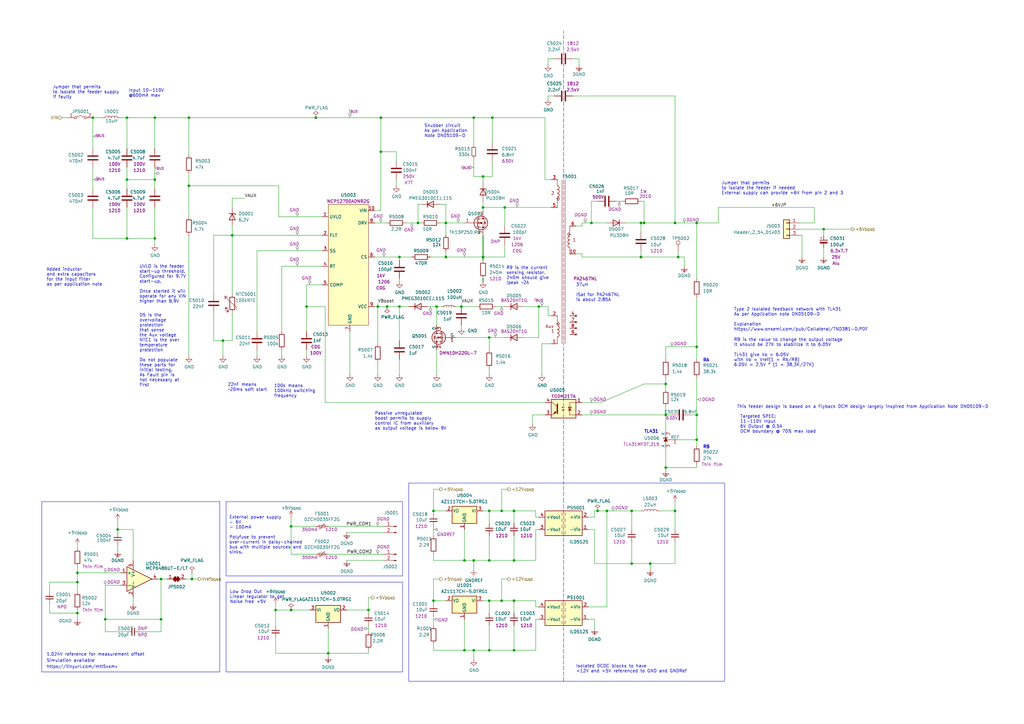
<source format=kicad_sch>
(kicad_sch (version 20250114) (generator "eeschema") (generator_version "9.0")
  (paper "A3")
  (rectangle (start 92.71 238.76) (end 165.1 275.59))
  (rectangle (start 92.71 205.74) (end 165.1 236.22))
  (rectangle (start 167.64 198.12) (end 297.18 279.4))
  (rectangle (start 17.145 205.74) (end 90.17 275.59))
  (text "TL431 give Vo = 6.05V\nwith Vo = Vref(1 + RA/RB)\n6.05V = 2,5V * (1 + 38,3K/27K)" (at 300.99 150.495 0) (effects (font (size 1.27 1.27)) (justify left bottom)))
  (text "1.024V reference for measurement offset " (at 19.05 269.24 0) (effects (font (size 1.27 1.27)) (justify left bottom)))
  (text "Jumper that permits \nto isolate the feeder if needed\nExternal supply can provide +6V from pin 2 and 3\n" (at 295.91 80.01 0) (effects (font (size 1.27 1.27)) (justify left bottom)))
  (text "Passive unregulated\nboost permits to supply\ncontrol IC from auxillary\nas output voltage is below 9V\n" (at 153.67 176.53 0) (effects (font (size 1.27 1.27)) (justify left bottom)))
  (text "https://tinyurl.com/mtt5xsmv" (at 19.05 274.32 0) (effects (font (size 1.27 1.27)) (justify left bottom)))
  (text "Type 2 Isolated feedback network with TL431\nAs per Application note DN05109-D\n\nExplanation\nhttps://www.onsemi.com/pub/Collateral/TND381-D.PDF" (at 300.99 135.89 0) (effects (font (size 1.27 1.27)) (justify left bottom)))
  (text "RA" (at 288.29 148.59 0) (effects (font (size 1.27 1.27) (thickness 0.254) (bold yes)) (justify left bottom)))
  (text "Input 10-110V\n@600mA max" (at 52.705 40.005 0) (effects (font (size 1.27 1.27)) (justify left bottom)))
  (text "UVLO is the feeder\nstart-up threshold. \nConfigured for 9,7V\nstart-up.\n\nOnce started it will\noperate for any VIN\nhigher than 8,9V" (at 57.15 124.46 0) (effects (font (size 1.27 1.27)) (justify left bottom)))
  (text "37uH\n\nISat for PA2467NL\nis about 2.85A" (at 236.22 123.825 0) (effects (font (size 1.27 1.27)) (justify left bottom)))
  (text "22nF means \n~20ms soft start" (at 93.345 160.655 0) (effects (font (size 1.27 1.27)) (justify left bottom)))
  (text "100k means \n100kHz switching\nfrequency" (at 112.395 163.195 0) (effects (font (size 1.27 1.27)) (justify left bottom)))
  (text "Added inductor \nand extra capacitors\nfor the input filter \nas per application note" (at 19.05 117.475 0) (effects (font (size 1.27 1.27)) (justify left bottom)))
  (text "Low Drop Out \nLinear regulator to get\nNoise free +5V " (at 94.234 247.65 0) (effects (font (size 1.27 1.27)) (justify left bottom)))
  (text "RB is the value to change the output voltage\nIt should be 27K to stabilize it to 6.05V\n" (at 300.99 142.24 0) (effects (font (size 1.27 1.27)) (justify left bottom)))
  (text "R9 is the current \nsensing resistor.\n240m should give\nIpeak ~2A" (at 207.645 116.84 0) (effects (font (size 1.27 1.27)) (justify left bottom)))
  (text "Simulation available" (at 19.05 271.78 0) (effects (font (size 1.27 1.27)) (justify left bottom)))
  (text "Isolated DCDC blocks to have\n+12V and +5V referenced to GND and GNDRef" (at 236.22 276.098 0) (effects (font (size 1.27 1.27)) (justify left bottom)))
  (text "TL431" (at 264.16 177.8 0) (effects (font (size 1.27 1.27) (thickness 0.254) (bold yes)) (justify left bottom)))
  (text "RB" (at 288.29 184.15 0) (effects (font (size 1.27 1.27) (thickness 0.254) (bold yes)) (justify left bottom)))
  (text "Jumper that permits \nto isolate the feeder supply\nif faulty\n" (at 21.59 40.64 0) (effects (font (size 1.27 1.27)) (justify left bottom)))
  (text "Targeted SPEC: \n11-110V Input \n6V Output @ 0.5A \nDCM boundary @ 70% max load\n" (at 303.53 177.8 0) (effects (font (size 1.27 1.27)) (justify left bottom)))
  (text "D5 is the \novervoltage \nprotection \nthat sense \nthe Aux voltage\nNTC1 is the over\ntemperature \nprotection \n\nDo not populate\nthese parts for\ninitial testing.\nAs Fault pin is\nnot necessary at\nfirst" (at 57.15 158.75 0) (effects (font (size 1.27 1.27)) (justify left bottom)))
  (text "This feeder design is based on a Flyback DCM design largely inspired from Application Note DN05109-D" (at 302.26 167.64 0) (effects (font (size 1.27 1.27)) (justify left bottom)))
  (text "External power supply\n- 6V\n- 100mA\n\nPolyfuse to prevent \nover-current in daisy-chained \nbus with multiple sources and \nsinks." (at 93.98 227.33 0) (effects (font (size 1.27 1.27)) (justify left bottom)))
  (text "Snubber circuit \nAs per Application \nNote DN05109-D" (at 173.99 56.515 0) (effects (font (size 1.27 1.27)) (justify left bottom)))
  (junction (at 194.31 48.26))
  (junction (at 220.98 125.73))
  (junction (at 52.07 97.79))
  (junction (at 273.05 191.77))
  (junction (at 38.1 48.26))
  (junction (at 119.38 215.9))
  (junction (at 210.82 246.38))
  (junction (at 182.88 105.41))
  (junction (at 259.08 231.14))
  (junction (at 285.75 91.44))
  (junction (at 66.04 254))
  (junction (at 190.5 229.87))
  (junction (at 63.5 73.66))
  (junction (at 205.74 209.55))
  (junction (at 285.75 142.24))
  (junction (at 200.66 209.55))
  (junction (at 163.83 105.41))
  (junction (at 285.75 170.18))
  (junction (at 134.62 267.97))
  (junction (at 207.01 85.09))
  (junction (at 31.75 234.95))
  (junction (at 151.13 250.19))
  (junction (at 200.66 229.87))
  (junction (at 276.86 91.44))
  (junction (at 190.5 266.7))
  (junction (at 248.92 209.55))
  (junction (at 52.07 48.26))
  (junction (at 52.07 73.66))
  (junction (at 163.83 125.73))
  (junction (at 273.05 170.18))
  (junction (at 179.07 125.73))
  (junction (at 43.18 254))
  (junction (at 189.23 125.73))
  (junction (at 262.89 91.44))
  (junction (at 156.21 48.26))
  (junction (at 276.86 209.55))
  (junction (at 113.03 250.19))
  (junction (at 201.93 48.26))
  (junction (at 198.12 85.09))
  (junction (at 63.5 97.79))
  (junction (at 78.74 237.49))
  (junction (at 210.82 266.7))
  (junction (at 200.66 246.38))
  (junction (at 119.38 250.19))
  (junction (at 31.75 238.76))
  (junction (at 156.21 62.23))
  (junction (at 194.31 229.87))
  (junction (at 273.05 157.48))
  (junction (at 158.75 125.73))
  (junction (at 266.7 231.14))
  (junction (at 198.12 105.41))
  (junction (at 66.04 237.49))
  (junction (at 198.12 72.39))
  (junction (at 77.47 48.26))
  (junction (at 95.25 96.52))
  (junction (at 177.8 246.38))
  (junction (at 337.82 93.98))
  (junction (at 194.31 266.7))
  (junction (at 262.89 105.41))
  (junction (at 182.88 91.44))
  (junction (at 154.94 125.73))
  (junction (at 48.26 217.17))
  (junction (at 259.08 209.55))
  (junction (at 129.54 48.26))
  (junction (at 264.16 91.44))
  (junction (at 278.13 105.41))
  (junction (at 77.47 76.2))
  (junction (at 285.75 180.34))
  (junction (at 31.75 251.46))
  (junction (at 210.82 229.87))
  (junction (at 245.11 209.55))
  (junction (at 200.66 138.43))
  (junction (at 125.73 125.73))
  (junction (at 205.74 246.38))
  (junction (at 177.8 209.55))
  (junction (at 242.57 91.44))
  (junction (at 63.5 48.26))
  (junction (at 91.44 139.7))
  (junction (at 200.66 266.7))
  (junction (at 210.82 209.55))
  (junction (at 171.45 91.44))
  (wire (pts (xy 224.79 24.13) (xy 224.79 26.67)))
  (wire (pts (xy 276.86 91.44) (xy 285.75 91.44)) (stroke (width 0.1524)))
  (wire (pts (xy 238.76 91.44) (xy 242.57 91.44)) (stroke (width 0.1524)))
  (wire (pts (xy 153.67 91.44) (xy 158.75 91.44)))
  (wire (pts (xy 294.64 85.09) (xy 334.01 85.09)) (stroke (width 0.1524)))
  (wire (pts (xy 177.8 264.16) (xy 177.8 266.7)))
  (wire (pts (xy 105.41 143.51) (xy 105.41 146.05)))
  (wire (pts (xy 241.3 248.92) (xy 248.92 248.92)))
  (wire (pts (xy 194.31 266.7) (xy 200.66 266.7)))
  (wire (pts (xy 133.35 165.1) (xy 133.35 125.73)))
  (wire (pts (xy 151.13 250.19) (xy 151.13 245.11)))
  (wire (pts (xy 200.66 229.87) (xy 210.82 229.87)))
  (wire (pts (xy 66.04 237.49) (xy 68.58 237.49)))
  (wire (pts (xy 238.76 165.1) (xy 246.38 165.1)))
  (wire (pts (xy 38.1 85.09) (xy 38.1 97.79)) (stroke (width 0.1524)))
  (wire (pts (xy 242.57 82.55) (xy 245.11 82.55)) (stroke (width 0.1524)))
  (wire (pts (xy 207.01 100.33) (xy 207.01 105.41)))
  (wire (pts (xy 175.26 125.73) (xy 179.07 125.73)))
  (wire (pts (xy 182.88 91.44) (xy 190.5 91.44)))
  (wire (pts (xy 105.41 102.87) (xy 105.41 135.89)))
  (wire (pts (xy 52.07 259.08) (xy 43.18 259.08)))
  (wire (pts (xy 219.71 254) (xy 219.71 266.7)))
  (wire (pts (xy 163.83 147.32) (xy 163.83 153.67)))
  (wire (pts (xy 198.12 74.93) (xy 198.12 72.39)) (stroke (width 0.1524)))
  (wire (pts (xy 113.03 250.19) (xy 113.03 256.54)))
  (wire (pts (xy 210.82 266.7) (xy 210.82 256.54)))
  (wire (pts (xy 198.12 114.3) (xy 198.12 115.57)) (stroke (width 0.35)))
  (wire (pts (xy 113.03 267.97) (xy 134.62 267.97)))
  (wire (pts (xy 210.82 251.46) (xy 210.82 246.38)))
  (wire (pts (xy 201.93 72.39) (xy 198.12 72.39)) (stroke (width 0.1524)))
  (wire (pts (xy 222.25 140.97) (xy 226.06 140.97)))
  (wire (pts (xy 200.66 138.43) (xy 207.01 138.43)))
  (wire (pts (xy 337.82 101.6) (xy 337.82 105.41)) (stroke (width 0.1524)))
  (wire (pts (xy 248.92 209.55) (xy 248.92 248.92)))
  (wire (pts (xy 180.34 83.82) (xy 182.88 83.82)))
  (wire (pts (xy 242.57 91.44) (xy 242.57 82.55)) (stroke (width 0.1524)))
  (wire (pts (xy 182.88 83.82) (xy 182.88 91.44)))
  (wire (pts (xy 219.71 212.09) (xy 220.98 212.09)))
  (polyline (pts (xy 231.14 205.74) (xy 231.14 12.7)) (stroke (width 0) (type dash)))
  (wire (pts (xy 205.74 200.66) (xy 205.74 209.55)))
  (wire (pts (xy 238.76 105.41) (xy 262.89 105.41)) (stroke (width 0.1524)))
  (wire (pts (xy 52.07 73.66) (xy 63.5 73.66)) (stroke (width 0.1524)))
  (wire (pts (xy 31.75 234.95) (xy 49.53 234.95)))
  (wire (pts (xy 210.82 229.87) (xy 219.71 229.87)))
  (wire (pts (xy 201.93 66.04) (xy 201.93 72.39)) (stroke (width 0.1524)))
  (wire (pts (xy 273.05 166.37) (xy 273.05 170.18)))
  (wire (pts (xy 38.1 68.58) (xy 38.1 77.47)) (stroke (width 0.1524)))
  (wire (pts (xy 177.8 237.49) (xy 177.8 246.38)))
  (wire (pts (xy 31.75 238.76) (xy 31.75 242.57)))
  (wire (pts (xy 66.04 259.08) (xy 57.15 259.08)))
  (wire (pts (xy 151.13 245.11) (xy 152.4 245.11)))
  (wire (pts (xy 132.08 102.87) (xy 105.41 102.87)))
  (wire (pts (xy 186.69 138.43) (xy 200.66 138.43)))
  (wire (pts (xy 205.74 209.55) (xy 210.82 209.55)))
  (wire (pts (xy 177.8 266.7) (xy 190.5 266.7)))
  (wire (pts (xy 114.3 88.9) (xy 114.3 76.2)))
  (wire (pts (xy 176.53 105.41) (xy 182.88 105.41)))
  (wire (pts (xy 31.75 251.46) (xy 20.32 251.46)))
  (wire (pts (xy 134.62 267.97) (xy 151.13 267.97)))
  (wire (pts (xy 220.98 125.73) (xy 220.98 138.43)))
  (wire (pts (xy 87.63 139.7) (xy 91.44 139.7)))
  (wire (pts (xy 129.54 48.26) (xy 156.21 48.26)) (stroke (width 0.1524)))
  (wire (pts (xy 198.12 85.09) (xy 198.12 86.36)) (stroke (width 0.1524)))
  (wire (pts (xy 63.5 48.26) (xy 63.5 60.96)) (stroke (width 0.1524)))
  (wire (pts (xy 273.05 147.32) (xy 273.05 142.24)))
  (wire (pts (xy 52.07 97.79) (xy 63.5 97.79)) (stroke (width 0.1524)))
  (wire (pts (xy 262.89 91.44) (xy 262.89 95.25)) (stroke (width 0.1524)))
  (wire (pts (xy 189.23 124.46) (xy 189.23 125.73)))
  (wire (pts (xy 156.21 48.26) (xy 156.21 62.23)) (stroke (width 0.1524)))
  (wire (pts (xy 210.82 229.87) (xy 210.82 219.71)))
  (wire (pts (xy 194.31 48.26) (xy 201.93 48.26)) (stroke (width 0.1524)))
  (wire (pts (xy 54.61 245.11) (xy 54.61 247.65)))
  (wire (pts (xy 142.24 218.44) (xy 157.48 218.44)))
  (wire (pts (xy 77.47 48.26) (xy 129.54 48.26)) (stroke (width 0.1524)))
  (wire (pts (xy 48.26 213.36) (xy 48.26 217.17)))
  (wire (pts (xy 151.13 266.7) (xy 151.13 267.97)))
  (wire (pts (xy 38.1 97.79) (xy 52.07 97.79)) (stroke (width 0.1524)))
  (wire (pts (xy 285.75 142.24) (xy 285.75 147.32)))
  (wire (pts (xy 182.88 102.87) (xy 182.88 105.41)))
  (wire (pts (xy 43.18 254) (xy 66.04 254)))
  (wire (pts (xy 285.75 91.44) (xy 294.64 91.44)) (stroke (width 0.1524)))
  (wire (pts (xy 66.04 254) (xy 66.04 259.08)))
  (wire (pts (xy 222.25 153.67) (xy 222.25 140.97)))
  (wire (pts (xy 205.74 237.49) (xy 205.74 246.38)))
  (wire (pts (xy 78.74 237.49) (xy 81.28 237.49)))
  (wire (pts (xy 285.75 170.18) (xy 283.21 170.18)))
  (wire (pts (xy 25.4 48.26) (xy 27.94 48.26)) (stroke (width 0.1524)))
  (wire (pts (xy 210.82 246.38) (xy 219.71 246.38)))
  (wire (pts (xy 156.21 86.36) (xy 156.21 62.23)) (stroke (width 0.1524)))
  (wire (pts (xy 328.93 96.52) (xy 327.66 96.52)) (stroke (width 0.1524)))
  (wire (pts (xy 200.66 138.43) (xy 200.66 143.51)))
  (wire (pts (xy 219.71 254) (xy 220.98 254)))
  (wire (pts (xy 226.06 129.54) (xy 224.79 129.54)))
  (wire (pts (xy 190.5 266.7) (xy 194.31 266.7)))
  (wire (pts (xy 219.71 248.92) (xy 220.98 248.92)))
  (wire (pts (xy 278.13 102.87) (xy 278.13 105.41)) (stroke (width 0.1524)))
  (wire (pts (xy 285.75 91.44) (xy 285.75 114.3)) (stroke (width 0.1524)))
  (wire (pts (xy 119.38 227.33) (xy 129.54 227.33)))
  (wire (pts (xy 205.74 200.66) (xy 208.28 200.66)))
  (wire (pts (xy 54.61 217.17) (xy 54.61 229.87)))
  (wire (pts (xy 115.57 143.51) (xy 115.57 146.05)))
  (wire (pts (xy 95.25 92.71) (xy 95.25 96.52)))
  (wire (pts (xy 198.12 209.55) (xy 200.66 209.55)))
  (wire (pts (xy 203.2 125.73) (xy 207.01 125.73)))
  (wire (pts (xy 198.12 85.09) (xy 207.01 85.09)) (stroke (width 0.1524)))
  (wire (pts (xy 154.94 148.59) (xy 154.94 153.67)))
  (wire (pts (xy 113.03 250.19) (xy 119.38 250.19)))
  (wire (pts (xy 52.07 68.58) (xy 52.07 73.66)) (stroke (width 0.1524)))
  (wire (pts (xy 273.05 170.18) (xy 275.59 170.18)))
  (wire (pts (xy 154.94 125.73) (xy 154.94 140.97)))
  (wire (pts (xy 194.31 266.7) (xy 194.31 270.51)))
  (wire (pts (xy 166.37 91.44) (xy 171.45 91.44)))
  (wire (pts (xy 172.72 83.82) (xy 171.45 83.82)))
  (wire (pts (xy 132.08 96.52) (xy 95.25 96.52)))
  (wire (pts (xy 20.32 238.76) (xy 20.32 242.57)))
  (wire (pts (xy 278.13 180.34) (xy 285.75 180.34)))
  (wire (pts (xy 276.86 231.14) (xy 266.7 231.14)))
  (wire (pts (xy 156.21 62.23) (xy 162.56 62.23)) (stroke (width 0.1524)))
  (wire (pts (xy 115.57 109.22) (xy 115.57 135.89)))
  (wire (pts (xy 95.25 81.28) (xy 95.25 85.09)))
  (wire (pts (xy 241.3 217.17) (xy 243.84 217.17)))
  (wire (pts (xy 143.51 135.89) (xy 143.51 153.67)))
  (wire (pts (xy 132.08 88.9) (xy 114.3 88.9)))
  (wire (pts (xy 113.03 261.62) (xy 113.03 267.97)))
  (wire (pts (xy 276.86 205.74) (xy 276.86 209.55)))
  (wire (pts (xy 198.12 72.39) (xy 194.31 72.39)) (stroke (width 0.1524)))
  (wire (pts (xy 200.66 209.55) (xy 205.74 209.55)))
  (wire (pts (xy 52.07 73.66) (xy 52.07 77.47)) (stroke (width 0.1524)))
  (wire (pts (xy 259.08 231.14) (xy 266.7 231.14)))
  (wire (pts (xy 200.66 219.71) (xy 200.66 229.87)))
  (wire (pts (xy 179.07 125.73) (xy 181.61 125.73)))
  (wire (pts (xy 190.5 229.87) (xy 194.31 229.87)))
  (wire (pts (xy 66.04 254) (xy 66.04 237.49)))
  (wire (pts (xy 276.86 209.55) (xy 276.86 217.17)))
  (wire (pts (xy 77.47 48.26) (xy 77.47 63.5)) (stroke (width 0.1524)))
  (wire (pts (xy 20.32 251.46) (xy 20.32 247.65)))
  (wire (pts (xy 210.82 209.55) (xy 219.71 209.55)))
  (wire (pts (xy 227.33 24.13) (xy 224.79 24.13)))
  (wire (pts (xy 285.75 121.92) (xy 285.75 142.24)))
  (wire (pts (xy 276.86 222.25) (xy 276.86 231.14)))
  (wire (pts (xy 245.11 209.55) (xy 243.84 209.55)))
  (wire (pts (xy 87.63 96.52) (xy 95.25 96.52)))
  (wire (pts (xy 77.47 76.2) (xy 114.3 76.2)))
  (wire (pts (xy 189.23 125.73) (xy 195.58 125.73)))
  (wire (pts (xy 151.13 256.54) (xy 151.13 259.08)))
  (wire (pts (xy 198.12 105.41) (xy 198.12 106.68)) (stroke (width 0.35)))
  (wire (pts (xy 273.05 184.15) (xy 273.05 191.77)))
  (wire (pts (xy 200.66 256.54) (xy 200.66 266.7)))
  (polyline (pts (xy 231.14 279.4) (xy 231.14 205.74)) (stroke (width 0) (type dash)))
  (wire (pts (xy 177.8 200.66) (xy 180.34 200.66)))
  (wire (pts (xy 177.8 252.73) (xy 177.8 256.54)))
  (wire (pts (xy 337.82 93.98) (xy 327.66 93.98)))
  (wire (pts (xy 224.79 39.37) (xy 224.79 40.64)))
  (wire (pts (xy 177.8 215.9) (xy 177.8 219.71)))
  (wire (pts (xy 276.86 39.37) (xy 276.86 91.44)) (stroke (width 0.1524)))
  (wire (pts (xy 52.07 48.26) (xy 63.5 48.26)) (stroke (width 0.1524)))
  (wire (pts (xy 125.73 116.84) (xy 125.73 125.73)))
  (wire (pts (xy 52.07 48.26) (xy 52.07 60.96)) (stroke (width 0.1524)))
  (wire (pts (xy 132.08 116.84) (xy 125.73 116.84)))
  (wire (pts (xy 262.89 82.55) (xy 264.16 82.55)) (stroke (width 0.1524)))
  (wire (pts (xy 273.05 191.77) (xy 273.05 193.04)))
  (wire (pts (xy 241.3 254) (xy 243.84 254)))
  (wire (pts (xy 177.8 209.55) (xy 177.8 210.82)))
  (wire (pts (xy 207.01 85.09) (xy 207.01 92.71)) (stroke (width 0.1524)))
  (wire (pts (xy 43.18 254) (xy 43.18 259.08)))
  (wire (pts (xy 205.74 237.49) (xy 208.28 237.49)))
  (wire (pts (xy 328.93 96.52) (xy 328.93 105.41)) (stroke (width 0.1524)))
  (wire (pts (xy 77.47 71.12) (xy 77.47 76.2)))
  (wire (pts (xy 259.08 222.25) (xy 259.08 231.14)))
  (wire (pts (xy 210.82 214.63) (xy 210.82 209.55)))
  (wire (pts (xy 179.07 143.51) (xy 179.07 153.67)))
  (wire (pts (xy 234.95 24.13) (xy 237.49 24.13)))
  (wire (pts (xy 294.64 85.09) (xy 294.64 91.44)) (stroke (width 0.1524)))
  (wire (pts (xy 236.22 92.71) (xy 238.76 92.71)) (stroke (width 0.1524)))
  (wire (pts (xy 243.84 231.14) (xy 259.08 231.14)))
  (wire (pts (xy 334.01 91.44) (xy 327.66 91.44)) (stroke (width 0.1524)))
  (wire (pts (xy 63.5 97.79) (xy 63.5 100.33)) (stroke (width 0.1524)))
  (wire (pts (xy 180.34 91.44) (xy 182.88 91.44)))
  (wire (pts (xy 264.16 91.44) (xy 276.86 91.44)) (stroke (width 0.1524)))
  (wire (pts (xy 186.69 125.73) (xy 189.23 125.73)))
  (wire (pts (xy 227.33 39.37) (xy 224.79 39.37)))
  (wire (pts (xy 264.16 82.55) (xy 264.16 91.44)) (stroke (width 0.1524)))
  (wire (pts (xy 142.24 250.19) (xy 151.13 250.19)))
  (wire (pts (xy 262.89 91.44) (xy 264.16 91.44)) (stroke (width 0.1524)))
  (wire (pts (xy 194.31 64.77) (xy 194.31 72.39)) (stroke (width 0.1524)))
  (wire (pts (xy 259.08 209.55) (xy 262.89 209.55)))
  (wire (pts (xy 119.38 215.9) (xy 119.38 227.33)))
  (wire (pts (xy 31.75 232.41) (xy 31.75 234.95)))
  (wire (pts (xy 134.62 215.9) (xy 157.48 215.9)))
  (wire (pts (xy 210.82 266.7) (xy 219.71 266.7)))
  (wire (pts (xy 242.57 91.44) (xy 248.92 91.44)) (stroke (width 0.1524)))
  (wire (pts (xy 243.84 217.17) (xy 243.84 231.14)))
  (wire (pts (xy 234.95 39.37) (xy 276.86 39.37)) (stroke (width 0.1524)))
  (wire (pts (xy 154.94 125.73) (xy 158.75 125.73)))
  (wire (pts (xy 194.31 229.87) (xy 200.66 229.87)))
  (wire (pts (xy 125.73 125.73) (xy 133.35 125.73)))
  (wire (pts (xy 52.07 85.09) (xy 52.07 97.79)) (stroke (width 0.1524)))
  (wire (pts (xy 38.1 48.26) (xy 38.1 60.96)) (stroke (width 0.1524)))
  (wire (pts (xy 264.16 157.48) (xy 273.05 157.48)))
  (wire (pts (xy 77.47 76.2) (xy 77.47 88.9)))
  (wire (pts (xy 198.12 105.41) (xy 207.01 105.41)))
  (wire (pts (xy 219.71 248.92) (xy 219.71 246.38)))
  (wire (pts (xy 238.76 104.14) (xy 238.76 105.41)) (stroke (width 0.1524)))
  (wire (pts (xy 243.84 254) (xy 243.84 257.81)))
  (wire (pts (xy 224.79 129.54) (xy 224.79 125.73)))
  (wire (pts (xy 198.12 82.55) (xy 198.12 85.09)) (stroke (width 0.1524)))
  (wire (pts (xy 113.03 247.65) (xy 113.03 250.19)))
  (wire (pts (xy 134.62 257.81) (xy 134.62 267.97)))
  (wire (pts (xy 153.67 105.41) (xy 163.83 105.41)))
  (wire (pts (xy 285.75 170.18) (xy 285.75 180.34)))
  (wire (pts (xy 119.38 215.9) (xy 129.54 215.9)))
  (wire (pts (xy 31.75 223.52) (xy 31.75 224.79)))
  (wire (pts (xy 182.88 209.55) (xy 177.8 209.55)))
  (wire (pts (xy 219.71 212.09) (xy 219.71 209.55)))
  (wire (pts (xy 246.38 165.1) (xy 264.16 157.48)))
  (wire (pts (xy 200.66 246.38) (xy 200.66 251.46)))
  (wire (pts (xy 87.63 96.52) (xy 87.63 120.65)))
  (wire (pts (xy 182.88 91.44) (xy 182.88 96.52)))
  (wire (pts (xy 177.8 200.66) (xy 177.8 209.55)))
  (wire (pts (xy 95.25 96.52) (xy 95.25 120.65)))
  (wire (pts (xy 179.07 125.73) (xy 179.07 133.35)))
  (wire (pts (xy 154.94 124.46) (xy 154.94 125.73)))
  (wire (pts (xy 237.49 24.13) (xy 237.49 26.67)))
  (wire (pts (xy 194.31 229.87) (xy 194.31 233.68)))
  (wire (pts (xy 337.82 93.98) (xy 349.25 93.98)))
  (wire (pts (xy 334.01 91.44) (xy 334.01 85.09)) (stroke (width 0.1524)))
  (wire (pts (xy 252.73 82.55) (xy 255.27 82.55)))
  (wire (pts (xy 205.74 246.38) (xy 210.82 246.38)))
  (wire (pts (xy 262.89 102.87) (xy 262.89 105.41)) (stroke (width 0.1524)))
  (wire (pts (xy 91.44 139.7) (xy 91.44 146.05)))
  (wire (pts (xy 220.98 125.73) (xy 224.79 125.73)))
  (wire (pts (xy 38.1 48.26) (xy 41.91 48.26)) (stroke (width 0.1524)))
  (wire (pts (xy 48.26 217.17) (xy 54.61 217.17)))
  (wire (pts (xy 223.52 170.18) (xy 218.44 170.18)))
  (wire (pts (xy 177.8 246.38) (xy 177.8 247.65)))
  (wire (pts (xy 31.75 238.76) (xy 20.32 238.76)))
  (wire (pts (xy 238.76 170.18) (xy 273.05 170.18)))
  (wire (pts (xy 200.66 209.55) (xy 200.66 214.63)))
  (wire (pts (xy 177.8 227.33) (xy 177.8 229.87)))
  (wire (pts (xy 266.7 231.14) (xy 266.7 233.68)))
  (wire (pts (xy 163.83 114.3) (xy 163.83 115.57)))
  (wire (pts (xy 226.06 73.66) (xy 223.52 73.66)) (stroke (width 0.1524)))
  (wire (pts (xy 200.66 246.38) (xy 205.74 246.38)))
  (wire (pts (xy 190.5 217.17) (xy 190.5 229.87)))
  (wire (pts (xy 43.18 240.03) (xy 43.18 254)))
  (wire (pts (xy 273.05 142.24) (xy 285.75 142.24)))
  (wire (pts (xy 285.75 180.34) (xy 285.75 182.88)))
  (wire (pts (xy 177.8 237.49) (xy 180.34 237.49)))
  (wire (pts (xy 125.73 125.73) (xy 125.73 135.89)))
  (wire (pts (xy 63.5 85.09) (xy 63.5 97.79)) (stroke (width 0.1524)))
  (wire (pts (xy 63.5 68.58) (xy 63.5 73.66)) (stroke (width 0.1524)))
  (wire (pts (xy 119.38 215.9) (xy 119.38 212.09)))
  (wire (pts (xy 119.38 250.19) (xy 127 250.19)))
  (wire (pts (xy 285.75 154.94) (xy 285.75 170.18)))
  (wire (pts (xy 134.62 267.97) (xy 134.62 269.24)))
  (wire (pts (xy 162.56 62.23) (xy 162.56 66.04)) (stroke (width 0.1524)))
  (wire (pts (xy 248.92 209.55) (xy 245.11 209.55)))
  (wire (pts (xy 153.67 86.36) (xy 156.21 86.36)) (stroke (width 0.1524)))
  (wire (pts (xy 201.93 48.26) (xy 223.52 48.26)) (stroke (width 0.1524)))
  (wire (pts (xy 134.62 227.33) (xy 157.48 227.33)))
  (wire (pts (xy 190.5 254) (xy 190.5 266.7)))
  (wire (pts (xy 236.22 104.14) (xy 238.76 104.14)) (stroke (width 0.1524)))
  (wire (pts (xy 156.21 48.26) (xy 194.31 48.26)) (stroke (width 0.1524)))
  (wire (pts (xy 163.83 105.41) (xy 163.83 106.68)))
  (wire (pts (xy 214.63 125.73) (xy 220.98 125.73)))
  (wire (pts (xy 189.23 134.62) (xy 189.23 133.35)))
  (wire (pts (xy 177.8 229.87) (xy 190.5 229.87)))
  (wire (pts (xy 49.53 240.03) (xy 43.18 240.03)))
  (wire (pts (xy 273.05 191.77) (xy 285.75 191.77)))
  (wire (pts (xy 219.71 217.17) (xy 219.71 229.87)))
  (wire (pts (xy 243.84 209.55) (xy 243.84 212.09)))
  (wire (pts (xy 207.01 85.09) (xy 226.06 85.09)) (stroke (width 0.1524)))
  (wire (pts (xy 285.75 190.5) (xy 285.75 191.77)))
  (wire (pts (xy 153.67 125.73) (xy 154.94 125.73)))
  (wire (pts (xy 63.5 73.66) (xy 63.5 77.47)) (stroke (width 0.1524)))
  (wire (pts (xy 243.84 212.09) (xy 241.3 212.09)))
  (wire (pts (xy 200.66 266.7) (xy 210.82 266.7)))
  (wire (pts (xy 49.53 48.26) (xy 52.07 48.26)) (stroke (width 0.1524)))
  (wire (pts (xy 171.45 91.44) (xy 172.72 91.44)))
  (wire (pts (xy 77.47 96.52) (xy 77.47 146.05)))
  (wire (pts (xy 337.82 93.98) (xy 337.82 96.52)) (stroke (width 0.1524)))
  (wire (pts (xy 273.05 157.48) (xy 273.05 160.02)))
  (wire (pts (xy 273.05 154.94) (xy 273.05 157.48)))
  (wire (pts (xy 100.33 81.28) (xy 95.25 81.28)))
  (wire (pts (xy 171.45 83.82) (xy 171.45 91.44)))
  (wire (pts (xy 64.77 237.49) (xy 66.04 237.49)))
  (wire (pts (xy 91.44 139.7) (xy 95.25 139.7)))
  (wire (pts (xy 248.92 209.55) (xy 259.08 209.55)))
  (wire (pts (xy 219.71 217.17) (xy 220.98 217.17)))
  (wire (pts (xy 95.25 128.27) (xy 95.25 139.7)))
  (wire (pts (xy 223.52 165.1) (xy 133.35 165.1)))
  (wire (pts (xy 218.44 170.18) (xy 218.44 173.99)))
  (wire (pts (xy 214.63 138.43) (xy 220.98 138.43)))
  (wire (pts (xy 256.54 91.44) (xy 262.89 91.44)) (stroke (width 0.1524)))
  (wire (pts (xy 163.83 125.73) (xy 163.83 139.7)))
  (wire (pts (xy 194.31 48.26) (xy 194.31 59.69)) (stroke (width 0.1524)))
  (wire (pts (xy 163.83 105.41) (xy 168.91 105.41)))
  (wire (pts (xy 273.05 170.18) (xy 273.05 176.53)))
  (wire (pts (xy 182.88 105.41) (xy 198.12 105.41)))
  (wire (pts (xy 31.75 234.95) (xy 31.75 238.76)))
  (wire (pts (xy 259.08 209.55) (xy 259.08 217.17)))
  (wire (pts (xy 151.13 251.46) (xy 151.13 250.19)))
  (wire (pts (xy 182.88 246.38) (xy 177.8 246.38)))
  (wire (pts (xy 78.74 234.95) (xy 78.74 237.49)))
  (wire (pts (xy 31.75 250.19) (xy 31.75 251.46)))
  (wire (pts (xy 198.12 96.52) (xy 198.12 105.41)) (stroke (width 0.35)))
  (wire (pts (xy 125.73 143.51) (xy 125.73 146.05)))
  (wire (pts (xy 31.75 251.46) (xy 31.75 254)))
  (wire (pts (xy 132.08 109.22) (xy 115.57 109.22)))
  (wire (pts (xy 158.75 125.73) (xy 163.83 125.73)))
  (wire (pts (xy 198.12 246.38) (xy 200.66 246.38)))
  (wire (pts (xy 270.51 209.55) (xy 276.86 209.55)))
  (wire (pts (xy 278.13 105.41) (xy 280.67 105.41)) (stroke (width 0.1524)))
  (wire (pts (xy 63.5 48.26) (xy 77.47 48.26)) (stroke (width 0.1524)))
  (wire (pts (xy 76.2 237.49) (xy 78.74 237.49)))
  (wire (pts (xy 163.83 125.73) (xy 167.64 125.73)))
  (wire (pts (xy 48.26 217.17) (xy 48.26 218.44)))
  (wire (pts (xy 201.93 48.26) (xy 201.93 58.42)) (stroke (width 0.1524)))
  (wire (pts (xy 262.89 105.41) (xy 278.13 105.41)) (stroke (width 0.1524)))
  (wire (pts (xy 280.67 105.41) (xy 280.67 109.22)) (stroke (width 0.1524)))
  (wire (pts (xy 87.63 128.27) (xy 87.63 139.7)))
  (wire (pts (xy 238.76 92.71) (xy 238.76 91.44)) (stroke (width 0.1524)))
  (wire (pts (xy 142.24 229.87) (xy 157.48 229.87)))
  (wire (pts (xy 223.52 73.66) (xy 223.52 48.26)) (stroke (width 0.1524)))
  (wire (pts (xy 162.56 73.66) (xy 162.56 76.2)))
  (wire (pts (xy 200.66 151.13) (xy 200.66 153.67)))
  (wire (pts (xy 48.26 223.52) (xy 48.26 226.06)))
  (label "PWR_COM2" (at 142.24 227.33 0))
  (label "VAUX" (at 100.33 81.28 0))
  (label "VBoost" (at 154.94 124.46 0))
  (label "PWR_COM1" (at 152.4 215.9 180))
  (label "VAUX" (at 189.23 124.46 0))
  (label "+6VJP" (at 316.23 85.09 0))
  (hierarchical_label "+5V_{IGND}" (shape output) (at 180.34 237.49 0))
  (hierarchical_label "+5V_{DGND}" (shape output) (at 152.4 245.11 0))
  (hierarchical_label "+6V_{DGND}" (shape output) (at 349.25 93.98 0))
  (hierarchical_label "+12V_{IIGND}" (shape output) (at 208.28 200.66 0))
  (hierarchical_label "Vref_{DGND}" (shape output) (at 81.28 237.49 0))
  (hierarchical_label "+12V_{IGND}" (shape output) (at 208.28 237.49 0))
  (hierarchical_label "VIN" (shape input) (at 25.4 48.26 180))
  (hierarchical_label "+5V_{IIGND}" (shape output) (at 180.34 200.66 0))
  (netclass_flag "" (length 1.27) (shape round) (at 285.75 163.83 270) (property "Netclass" "DGND" (at 287.782 163.83 0) (effects (font (italic yes)) (justify left))))
  (netclass_flag "" (length 1.27) (shape round) (at 151.13 257.81 90) (property "Netclass" "DGND" (at 143.764 258.064 0) (effects (font (italic yes)) (justify left))))
  (netclass_flag "" (length 1.27) (shape round) (at 176.53 125.73 180) (property "Netclass" "GND" (at 173.228 128.524 0) (effects (font (italic yes)) (justify left))))
  (netclass_flag "" (length 1.27) (shape round) (at 177.8 254 270) (property "Netclass" "GND" (at 183.642 254.254 0) (effects (font (italic yes)) (justify right))))
  (netclass_flag "" (length 1.27) (shape round) (at 242.57 165.1 0) (property "Netclass" "DGND" (at 243.2685 163.83 0) (effects (font (italic yes)) (justify left))))
  (netclass_flag "" (length 1.27) (shape round) (at 38.1 73.66 270) (property "Netclass" "I_{BUS}" (at 42.926 73.152 0) (effects (font (italic yes)) (justify right))))
  (netclass_flag "" (length 1.27) (shape round) (at 43.18 234.95 0) (property "Netclass" "DGND" (at 43.8785 233.68 0) (effects (font (italic yes)) (justify left))))
  (netclass_flag "" (length 1.27) (shape round) (at 177.8 217.17 270) (property "Netclass" "GNDREF" (at 186.69 219.202 0) (effects (font (italic yes)) (justify right))))
  (netclass_flag "" (length 1.27) (shape round) (at 194.31 68.58 90) (property "Netclass" "I_{BUS}" (at 188.976 68.58 0) (effects (font (italic yes)) (justify left))))
  (netclass_flag "" (length 1.27) (shape round) (at 157.48 105.41 0) (property "Netclass" "GND" (at 154.178 102.616 0) (effects (font (italic yes)) (justify left))))
  (netclass_flag "" (length 1.27) (shape round) (at 275.59 142.24 0) (property "Netclass" "DGND" (at 276.2885 140.97 0) (effects (font (italic yes)) (justify left))))
  (netclass_flag "" (length 1.27) (shape round) (at 222.25 125.73 0) (property "Netclass" "I_{BUS}" (at 218.948 122.936 0) (effects (font (italic yes)) (justify left))))
  (netclass_flag "" (length 1.27) (shape round) (at 121.92 109.22 0) (property "Netclass" "GND" (at 118.618 106.426 0) (effects (font (italic yes)) (justify left))))
  (netclass_flag "" (length 1.27) (shape round) (at 168.91 91.44 180) (property "Netclass" "GND" (at 165.608 94.234 0) (effects (font (italic yes)) (justify left))))
  (netclass_flag "" (length 1.27) (shape round) (at 187.96 91.44 0) (property "Netclass" "GND" (at 184.658 88.646 0) (effects (font (italic yes)) (justify left))))
  (netclass_flag "" (length 1.27) (shape round) (at 280.67 91.44 0) (property "Netclass" "DGND" (at 281.3685 90.17 0) (effects (font (italic yes)) (justify left))))
  (netclass_flag "" (length 1.27) (shape round) (at 203.2 138.43 0) (property "Netclass" "GND" (at 199.898 135.636 0) (effects (font (italic yes)) (justify left))))
  (netclass_flag "" (length 1.27) (shape round) (at 251.46 209.55 0) (property "Netclass" "DGND" (at 252.1585 208.28 0) (effects (font (italic yes)) (justify left))))
  (netclass_flag "" (length 1.27) (shape round) (at 205.74 125.73 180) (property "Netclass" "GND" (at 202.438 128.524 0) (effects (font (italic yes)) (justify left))))
  (netclass_flag "" (length 1.27) (shape round) (at 127 116.84 0) (property "Netclass" "GND" (at 123.698 114.046 0) (effects (font (italic yes)) (justify left))))
  (netclass_flag "" (length 1.27) (shape round) (at 121.92 96.52 0) (property "Netclass" "GND" (at 118.618 93.726 0) (effects (font (italic yes)) (justify left))))
  (netclass_flag "" (length 1.27) (shape round) (at 154.94 227.33 0) (property "Netclass" "DGND" (at 154.432 224.282 0) (effects (font (italic yes)) (justify left))))
  (netclass_flag "" (length 1.27) (shape round) (at 154.94 215.9 0) (property "Netclass" "DGND" (at 154.432 212.852 0) (effects (font (italic yes)) (justify left))))
  (netclass_flag "" (length 1.27) (shape round) (at 121.92 102.87 0) (property "Netclass" "GND" (at 118.618 100.076 0) (effects (font (italic yes)) (justify left))))
  (netclass_flag "" (length 1.27) (shape round) (at 63.5 71.12 270) (property "Netclass" "I_{BUS}" (at 67.31 68.834 0) (effects (font (italic yes)) (justify right))))
  (netclass_flag "" (length 1.27) (shape round) (at 190.5 105.41 0) (property "Netclass" "GND" (at 187.198 102.616 0) (effects (font (italic yes)) (justify left))))
  (netclass_flag "" (length 1.27) (shape round) (at 242.57 170.18 0) (property "Netclass" "DGND" (at 243.2685 168.91 0) (effects (font (italic yes)) (justify left))))
  (netclass_flag "" (length 1.27) (shape round) (at 143.51 48.26 0) (property "Netclass" "I_{BUS}" (at 146.812 45.466 0) (effects (font (italic yes)) (justify right))))
  (netclass_flag "" (length 1.27) (shape round) (at 254 82.55 180) (property "Netclass" "DGND" (at 249.428 85.852 0) (effects (font (italic yes)) (justify left))))
  (netclass_flag "" (length 1.27) (shape round) (at 43.18 240.03 0) (property "Netclass" "DGND" (at 43.8785 238.76 0) (effects (font (italic yes)) (justify left))))
  (netclass_flag "" (length 1.27) (shape round) (at 156.21 91.44 0) (property "Netclass" "GND" (at 152.908 88.646 0) (effects (font (italic yes)) (justify left))))
  (netclass_flag "" (length 1.27) (shape round) (at 121.92 88.9 0) (property "Netclass" "GND" (at 118.618 86.106 0) (effects (font (italic yes)) (justify left))))
  (netclass_flag "" (length 1.27) (shape round) (at 240.03 91.44 0) (property "Netclass" "DGND" (at 235.458 88.138 0) (effects (font (italic yes)) (justify left))))
  (netclass_flag "" (length 1.27) (shape round) (at 38.1 55.88 270) (property "Netclass" "I_{BUS}" (at 42.926 55.372 0) (effects (font (italic yes)) (justify right))))
  (netclass_flag "" (length 1.27) (shape round) (at 212.09 85.09 0) (property "Netclass" "GND" (at 208.788 82.296 0) (effects (font (italic yes)) (justify left))))
  (symbol (lib_id "power:GND") (at 200.66 153.67 0) (unit 1)
    (property "Reference" "#PWR01023" (effects (hide yes)))
    (property "Value" "GND" (at 200.787 158.0642 0))
  )
  (symbol (lib_id "Symbols:DGND") (at 328.93 105.41 0) (unit 1)
    (property "Reference" "#PWR01037" (effects (hide yes)))
    (property "Value" "DGND" (at 328.93 109.855 0))
  )
  (symbol (lib_id "Device:C_Small") (at 200.66 217.17 0) (unit 1)
    (property "Reference" "C5020" (at 202.9968 214.7316 0) (effects (justify left)))
    (property "Value" "10uF" (at 202.9968 217.043 0) (effects (justify left)))
    (property "Footprint" "Footprints:C_1210_3225Metric" (effects (hide yes)))
    (property "Datasheet" "${KIPRJMOD}\\datasheet\\MLCC-1837944.pdf" (effects (hide yes)))
    (property "manf#" "CL32B106KBJNNNE" (effects (hide yes)))
    (property "Functional Block" "Feeder" (effects (hide yes)))
    (property "Metal content" "BaTiO3" (effects (hide yes)))
    (property "Subfunction" "+12V / GND Supply" (effects (hide yes)))
    (property "Package" "1210" (at 205.74 219.71 0))
    (property "Dielectric" "X7R" (effects (hide yes)))
    (property "Voltage" "50V" (effects (hide yes)))
  )
  (symbol (lib_id "Device:C_Small") (at 210.82 217.17 0) (unit 1)
    (property "Reference" "C5023" (at 213.1568 214.7316 0) (effects (justify left)))
    (property "Value" "10uF" (at 213.1568 217.043 0) (effects (justify left)))
    (property "Footprint" "Footprints:C_1210_3225Metric" (effects (hide yes)))
    (property "Datasheet" "${KIPRJMOD}\\datasheet\\MLCC-1837944.pdf" (effects (hide yes)))
    (property "manf#" "CL32B106KBJNNNE" (effects (hide yes)))
    (property "Functional Block" "Feeder" (effects (hide yes)))
    (property "Metal content" "BaTiO3" (effects (hide yes)))
    (property "Subfunction" "+12V / GND Supply" (effects (hide yes)))
    (property "Package" "1210" (at 215.9 219.71 0))
    (property "Dielectric" "X7R" (effects (hide yes)))
    (property "Voltage" "50V" (effects (hide yes)))
  )
  (symbol (lib_id "power:GND") (at 179.07 153.67 0) (unit 1)
    (property "Reference" "#PWR01022" (effects (hide yes)))
    (property "Value" "GND" (at 179.197 158.0642 0))
  )
  (symbol (lib_id "Device:R") (at 31.75 228.6 0) (unit 1)
    (property "Reference" "R5001" (at 34.29 227.33 0) (effects (justify left)))
    (property "Value" "47k" (at 34.29 229.87 0) (effects (justify left)))
    (property "Footprint" "Footprints:R_0805_2012Metric" (effects (hide yes)))
    (property "Datasheet" "${KIPRJMOD}\\datasheet\\PYu_RT_1_to_0_01_RoHS_L_12-3003070.pdf" (effects (hide yes)))
    (property "manf#" "RT0805DRD0747KL" (effects (hide yes)))
    (property "Functional Block" "Feeder" (effects (hide yes)))
    (property "Metal content" "NiCr" (effects (hide yes)))
    (property "Subfunction" "Voltage reference" (effects (hide yes)))
    (property "Package" "0805" (effects (hide yes)))
    (property "Technology" "Thin film" (at 38.1 232.41 0))
  )
  (symbol (lib_id "power:GND") (at 77.47 146.05 0) (unit 1)
    (property "Reference" "#PWR01008" (effects (hide yes)))
    (property "Value" "GND" (at 77.597 150.4442 0))
  )
  (symbol (lib_id "Device:C_Polarized_Small") (at 337.82 99.06 0) (unit 1)
    (property "Reference" "C5031" (at 340.36 97.79 0) (effects (justify left)))
    (property "Value" "100uF" (at 340.36 100.33 0) (effects (justify left)))
    (property "Footprint" "Capacitor_SMD:CP_Elec_6.3x7.7" (effects (hide yes)))
    (property "Datasheet" "${KIPRJMOD}\\datasheet\\ABA0000C1175-947561.pdf" (effects (hide yes)))
    (property "manf#" "EEE-FKE101XAV" (effects (hide yes)))
    (property "Eq1" "EEE-FKE101XAP" (effects (hide yes)))
    (property "Functional Block" "Feeder" (effects (hide yes)))
    (property "Metal content" "BaTiO3" (effects (hide yes)))
    (property "Subfunction" "+6V / DGND supply" (effects (hide yes)))
    (property "Package" "6.3x7.7" (at 344.17 102.87 0))
    (property "Dielectric" "Alu" (at 342.9 107.95 0))
    (property "Voltage" "25V" (at 342.9 105.41 0))
  )
  (symbol (lib_id "power:GND") (at 194.31 270.51 0) (unit 1)
    (property "Reference" "#PWR01039" (effects (hide yes)))
    (property "Value" "GND" (at 194.437 274.9042 0))
  )
  (symbol (lib_id "Symbols:DGND") (at 280.67 109.22 0) (unit 1)
    (property "Reference" "#PWR01036" (effects (hide yes)))
    (property "Value" "DGND" (at 280.67 113.03 0))
  )
  (symbol (lib_id "Device:R") (at 177.8 260.35 0) (mirror x) (unit 1)
    (property "Reference" "R1001" (at 173.99 257.81 0))
    (property "Value" "2.2R" (at 173.99 260.35 0))
    (property "Footprint" "Footprints:R_0805_2012Metric" (effects (hide yes)))
    (property "Datasheet" "${KIPRJMOD}\\datasheet\\cr_a_as-1858644.pdf" (effects (hide yes)))
    (property "manf#" "CR0805AF/-2R20EAS" (effects (hide yes)))
    (property "Functional Block" "Feeder" (effects (hide yes)))
    (property "Metal content" "NiCr" (effects (hide yes)))
    (property "Subfunction" "+6V / DGND supply" (effects (hide yes)))
    (property "Package" "0805" (effects (hide yes)))
    (property "Technology" "Thick film" (effects (hide yes)))
  )
  (symbol (lib_id "power:GND") (at 63.5 100.33 0) (unit 1)
    (property "Reference" "#PWR01007" (effects (hide yes)))
    (property "Value" "GND" (at 63.627 104.7242 0))
  )
  (symbol (lib_id "Connector:Conn_01x02_Male") (at 162.56 227.33 0) (mirror y) (unit 1)
    (property "Reference" "J5002" (at 160.02 232.41 0))
    (property "Value" "B2B-EH-A(LF)(SN)" (effects (hide yes)))
    (property "Footprint" "Connector_JST:JST_EH_B2B-EH-A_1x02_P2.50mm_Vertical" (effects (hide yes)))
    (property "manf#" "B2B-EH-A(LF)(SN)" (effects (hide yes)))
    (property "Functional Block" "Feeder" (effects (hide yes)))
    (property "Subfunction" "External supply" (effects (hide yes)))
  )
  (symbol (lib_id "Symbols:DGND") (at 134.62 269.24 0) (mirror y) (unit 1)
    (property "Reference" "#PWR01015" (effects (hide yes)))
    (property "Value" "DGND" (at 134.62 273.685 0))
  )
  (symbol (lib_id "Symbols:BAS20HT1G") (at 210.82 125.73 0) (unit 1)
    (property "Reference" "D5005" (at 210.82 121.285 0))
    (property "Value" "BAS20HT1G" (effects (hide yes)))
    (property "Footprint" "Diode_SMD:D_SOD-323_HandSoldering" (effects (hide yes)))
    (property "Datasheet" "${KIPRJMOD}\\datasheet\\BAS20HT1_D-2309993.pdf" (effects (hide yes)))
    (property "manf#" "BAS20HT1G" (at 210.82 123.19 0))
    (property "Functional Block" "Feeder" (effects (hide yes)))
    (property "Subfunction" "+6V / DGND supply" (effects (hide yes)))
  )
  (symbol (lib_id "Device:C") (at 52.07 81.28 0) (mirror y) (unit 1)
    (property "Reference" "C5006" (at 49.53 78.7399 0) (effects (justify left)))
    (property "Value" "4.7uF" (at 49.53 81.28 0) (effects (justify left)))
    (property "Footprint" "Footprints:C_1210_3225Metric" (effects (hide yes)))
    (property "Datasheet" "${KIPRJMOD}\\datasheet\\MLCC-1837944.pdf" (effects (hide yes)))
    (property "VRating" "100V" (at 46.99 83.82 0))
    (property "manf#" "CL32B475KCVZNWE" (effects (hide yes)))
    (property "Functional Block" "Feeder" (effects (hide yes)))
    (property "Metal content" "BaTiO3" (effects (hide yes)))
    (property "Subfunction" "+6V / DGND supply" (effects (hide yes)))
    (property "Package" "1210" (at 46.99 86.36 0))
    (property "Dielectric" "X7R" (effects (hide yes)))
    (property "Voltage" "100V" (effects (hide yes)))
  )
  (symbol (lib_id "power:GNDREF") (at 194.31 233.68 0) (unit 1)
    (property "Reference" "#PWR01025" (effects (hide yes)))
    (property "Value" "GNDREF" (at 194.437 238.0742 0))
  )
  (symbol (lib_id "Device:C") (at 38.1 81.28 0) (mirror y) (unit 1)
    (property "Reference" "C5003" (at 34.29 80.0099 0) (effects (justify left)))
    (property "Value" "470nF" (at 34.29 82.55 0) (effects (justify left)))
    (property "Footprint" "Footprints:C_0805_2012Metric" (effects (hide yes)))
    (property "Datasheet" "${KIPRJMOD}\\datasheet\\GRM21BR72A474KA73_01A-1986952.pdf" (effects (hide yes)))
    (property "manf#" "GRM21BR72A474KA73L" (effects (hide yes)))
    (property "Functional Block" "Feeder" (effects (hide yes)))
    (property "Metal content" "BaTiO3" (effects (hide yes)))
    (property "Subfunction" "+6V / DGND supply" (effects (hide yes)))
    (property "Package" "0805" (effects (hide yes)))
    (property "Dielectric" "X7R" (effects (hide yes)))
    (property "Voltage" "100V" (effects (hide yes)))
  )
  (symbol (lib_id "Device:C") (at 87.63 124.46 0) (mirror y) (unit 1)
    (property "Reference" "C5010" (at 83.82 123.19 0) (effects (justify left)))
    (property "Value" "22nF" (at 83.82 125.73 0) (effects (justify left)))
    (property "Footprint" "Footprints:C_0805_2012Metric" (effects (hide yes)))
    (property "Datasheet" "${KIPRJMOD}\\datasheet\\Samsung_MLCC_1837944-1929650.pdf" (effects (hide yes)))
    (property "manf#" "CL21B223KBANNWC" (effects (hide yes)))
    (property "Functional Block" "Feeder" (effects (hide yes)))
    (property "Metal content" "BaTiO3" (effects (hide yes)))
    (property "Subfunction" "+6V / DGND supply" (effects (hide yes)))
    (property "Package" "0805" (effects (hide yes)))
    (property "Dielectric" "X7R" (effects (hide yes)))
    (property "Voltage" "50V" (effects (hide yes)))
  )
  (symbol (lib_id "Device:R") (at 77.47 67.31 0) (unit 1)
    (property "Reference" "R5003" (at 80.01 66.04 0) (effects (justify left)))
    (property "Value" "47k" (at 80.01 68.58 0) (effects (justify left)))
    (property "Footprint" "Footprints:R_0805_2012Metric" (effects (hide yes)))
    (property "Datasheet" "${KIPRJMOD}\\datasheet\\PYu_RT_1_to_0_01_RoHS_L_12-3003070.pdf" (effects (hide yes)))
    (property "manf#" "RT0805DRD0747KL" (effects (hide yes)))
    (property "Functional Block" "Feeder" (effects (hide yes)))
    (property "Metal content" "NiCr" (effects (hide yes)))
    (property "Subfunction" "Voltage reference" (effects (hide yes)))
    (property "Package" "0805" (effects (hide yes)))
    (property "Technology" "Thin film" (effects (hide yes)))
  )
  (symbol (lib_id "Device:C_Small") (at 20.32 245.11 0) (mirror x) (unit 1)
    (property "Reference" "C5001" (at 22.86 243.84 0) (effects (justify left)))
    (property "Value" "20pF" (at 22.86 246.38 0) (effects (justify left)))
    (property "Footprint" "Footprints:C_0805_2012Metric" (effects (hide yes)))
    (property "Datasheet" "${KIPRJMOD}\\datasheet\\UPY_GP_NP0_16V_to_50V_18-1730511.pdf" (effects (hide yes)))
    (property "manf#" "CC0805JRNPO9BN200" (effects (hide yes)))
    (property "Functional Block" "Feeder" (effects (hide yes)))
    (property "Metal content" "BaTiO3" (effects (hide yes)))
    (property "Subfunction" "Voltage reference" (effects (hide yes)))
    (property "Package" "0805" (effects (hide yes)))
    (property "Dielectric" "NP0" (at 25.4 248.92 0))
    (property "Voltage" "50V" (effects (hide yes)))
  )
  (symbol (lib_id "Device:R") (at 273.05 151.13 0) (unit 1)
    (property "Reference" "R5018" (at 275.59 149.8599 0) (effects (justify left)))
    (property "Value" "1.4k" (at 275.59 152.3999 0) (effects (justify left)))
    (property "Footprint" "Footprints:R_0805_2012Metric" (effects (hide yes)))
    (property "Datasheet" "${KIPRJMOD}\\datasheet\\YAGEO_PYu_RC_Group_51_RoHS_L_12-3313492.pdf" (effects (hide yes)))
    (property "manf#" "RC0805FR-071K4L" (effects (hide yes)))
    (property "Functional Block" "Feeder" (effects (hide yes)))
    (property "Metal content" "NiCr" (effects (hide yes)))
    (property "Subfunction" "+6V / DGND supply" (effects (hide yes)))
    (property "Package" "0805" (effects (hide yes)))
    (property "Technology" "Thick film" (effects (hide yes)))
  )
  (symbol (lib_id "Symbols:PMEG2010AEJ,115") (at 176.53 83.82 0) (unit 1)
    (property "Reference" "D5003" (at 176.53 78.74 0))
    (property "Value" "PMEG3010CEJ,115" (at 176.53 81.28 0))
    (property "Footprint" "Diode_SMD:D_SOD-323_HandSoldering" (effects (hide yes)))
    (property "Datasheet" "${KIPRJMOD}\\datasheet\\PMEG3010CEH_PMEG3010CEJ-2891636.pdf" (effects (hide yes)))
    (property "manf#" "PMEG3010CEJ,115" (effects (hide yes)))
    (property "Functional Block" "Driver" (effects (hide yes)))
    (property "Subfunction" "Gate circuit" (effects (hide yes)))
  )
  (symbol (lib_id "Device:R") (at 176.53 91.44 90) (unit 1)
    (property "Reference" "R5010" (at 176.53 88.9 90))
    (property "Value" "10R" (at 175.26 93.98 90))
    (property "Footprint" "Footprints:R_0805_2012Metric" (effects (hide yes)))
    (property "Datasheet" "${KIPRJMOD}\\datasheet\\cr-1858361.pdf" (effects (hide yes)))
    (property "manf#" "CR0805-FX-10R0ELF" (effects (hide yes)))
    (property "Functional Block" "Feeder" (effects (hide yes)))
    (property "Metal content" "NiCr" (effects (hide yes)))
    (property "Subfunction" "+6V / DGND supply" (effects (hide yes)))
    (property "Package" "0805" (effects (hide yes)))
    (property "Technology" "Thick film" (effects (hide yes)))
  )
  (symbol (lib_id "Device:C_Small") (at 113.03 259.08 0) (mirror y) (unit 1)
    (property "Reference" "C5012" (at 110.6932 256.6416 0) (effects (justify left)))
    (property "Value" "10uF" (at 110.6932 258.953 0) (effects (justify left)))
    (property "Footprint" "Footprints:C_1210_3225Metric" (effects (hide yes)))
    (property "Datasheet" "${KIPRJMOD}\\datasheet\\MLCC-1837944.pdf" (effects (hide yes)))
    (property "manf#" "CL32B106KBJNNNE" (effects (hide yes)))
    (property "Functional Block" "Feeder" (effects (hide yes)))
    (property "Metal content" "BaTiO3" (effects (hide yes)))
    (property "Subfunction" "+12V / GND Supply" (effects (hide yes)))
    (property "Package" "1210" (at 107.95 261.62 0))
    (property "Dielectric" "X7R" (effects (hide yes)))
    (property "Voltage" "50V" (effects (hide yes)))
  )
  (symbol (lib_id "Device:R") (at 198.12 110.49 0) (unit 1)
    (property "Reference" "R5014" (at 200.66 109.2199 0) (effects (justify left)))
    (property "Value" "240m" (at 200.66 111.7599 0) (effects (justify left)))
    (property "Footprint" "Resistor_SMD:R_1210_3225Metric" (effects (hide yes)))
    (property "Datasheet" "${KIPRJMOD}\\datasheet\\rcwe.pdf" (effects (hide yes)))
    (property "manf#" "RCWE1210R240FKEA" (effects (hide yes)))
    (property "Functional Block" "Feeder" (effects (hide yes)))
    (property "Metal content" "NiCr" (effects (hide yes)))
    (property "Subfunction" "+6V / DGND supply" (effects (hide yes)))
    (property "Package" "1210" (at 203.2 114.3 0))
    (property "Technology" "Thick film" (effects (hide yes)))
  )
  (symbol (lib_id "power:GND") (at 143.51 153.67 0) (unit 1)
    (property "Reference" "#PWR01001" (effects (hide yes)))
    (property "Value" "GND" (at 143.637 158.0642 0))
  )
  (symbol (lib_id "Device:Thermistor_NTC") (at 95.25 124.46 0) (unit 1)
    (property "Reference" "NTC5001" (at 96.52 120.65 0) (effects (justify left)))
    (property "Value" "100kNTC" (at 96.52 123.19 0) (effects (justify left)))
    (property "Footprint" "Footprints:R_0805_2012Metric" (effects (hide yes)))
    (property "Datasheet" "${KIPRJMOD}\\datasheet\\ABNTC_0805-3317865.pdf" (effects (hide yes)))
    (property "manf#" "ABNTC-0805-104J-4250F-T" (effects (hide yes)))
    (property "Functional Block" "Feeder" (effects (hide yes)))
    (property "Subfunction" "+6V / DGND supply" (effects (hide yes)))
  )
  (symbol (lib_id "Device:C") (at 163.83 110.49 0) (unit 1)
    (property "Reference" "C5016" (at 154.94 107.95 0) (effects (justify left)))
    (property "Value" "100pF" (at 154.94 110.49 0) (effects (justify left)))
    (property "Footprint" "Capacitor_SMD:C_1206_3216Metric" (effects (hide yes)))
    (property "Datasheet" "${KIPRJMOD}\\datasheet\\885342008009.pdf" (effects (hide yes)))
    (property "manf#" "CC1206JKNPOCBN101" (effects (hide yes)))
    (property "VRating" "1kV" (at 156.21 113.03 0))
    (property "Functional Block" "Feeder" (effects (hide yes)))
    (property "Metal content" "BaTiO3" (effects (hide yes)))
    (property "Subfunction" "+6V / DGND supply" (effects (hide yes)))
    (property "Package" "1206" (at 157.48 115.57 0))
    (property "Dielectric" "C0G" (at 156.21 118.11 0))
    (property "Voltage" "1kV" (effects (hide yes)))
  )
  (symbol (lib_id "Symbols:PA2467NL") (at 231.14 96.52 0) (unit 1)
    (property "Reference" "T5001" (at 233.68 72.39 0))
    (property "Value" "PA2467NL" (effects (hide yes)))
    (property "Footprint" "Footprints:PA2467NL" (effects (hide yes)))
    (property "Datasheet" "${KIPRJMOD}\\datasheet\\P675-2903965.pdf" (effects (hide yes)))
    (property "Functional Block" "Feeder" (effects (hide yes)))
    (property "manf#" "PA2467NL" (at 240.03 114.3 0))
    (property "Subfunction" "+6V / DGND supply" (effects (hide yes)))
  )
  (symbol (lib_id "power:PWR_FLAG") (at 119.38 250.19 0) (unit 1)
    (property "Reference" "#FLG01002" (effects (hide yes)))
    (property "Value" "PWR_FLAG" (at 120.396 245.872 0))
    (property "Description" "Special symbol for telling ERC where power comes from" (effects (hide yes)))
  )
  (symbol (lib_id "Device:C") (at 207.01 96.52 0) (unit 1)
    (property "Reference" "C5022" (at 209.55 92.71 0) (effects (justify left)))
    (property "Value" "100pF" (at 210.185 95.25 0) (effects (justify left)))
    (property "Footprint" "Capacitor_SMD:C_1206_3216Metric" (effects (hide yes)))
    (property "Datasheet" "${KIPRJMOD}\\datasheet\\885342008009.pdf" (effects (hide yes)))
    (property "manf#" "CC1206JKNPOCBN101" (effects (hide yes)))
    (property "VRating" "1kV" (at 212.09 97.79 0))
    (property "Functional Block" "Feeder" (effects (hide yes)))
    (property "Metal content" "BaTiO3" (effects (hide yes)))
    (property "Subfunction" "+6V / DGND supply" (effects (hide yes)))
    (property "Package" "1206" (at 212.09 100.33 0))
    (property "Dielectric" "C0G" (at 212.09 102.87 0))
    (property "Voltage" "1kV" (effects (hide yes)))
    (property "DNP" "DNP" (at 203.2 99.06 0))
  )
  (symbol (lib_id "power:PWR_FLAG") (at 78.74 234.95 0) (unit 1)
    (property "Reference" "#FLG01001" (effects (hide yes)))
    (property "Value" "PWR_FLAG" (at 78.74 229.87 0))
    (property "Description" "Special symbol for telling ERC where power comes from" (effects (hide yes)))
  )
  (symbol (lib_id "Device:Polyfuse_Small") (at 132.08 215.9 90) (unit 1)
    (property "Reference" "F5001" (at 132.08 210.693 90))
    (property "Value" "0ZCH0035FF2G" (at 132.08 213.0044 90))
    (property "Footprint" "Fuse:Fuse_1210_3225Metric" (effects (hide yes)))
    (property "Datasheet" "${KIPRJMOD}\\datasheet\\ds_cp_0zch_series-1664103.pdf" (effects (hide yes)))
    (property "manf#" "0ZCH0035FF2G" (effects (hide yes)))
    (property "Functional Block" "Feeder" (effects (hide yes)))
    (property "Subfunction" "External supply" (effects (hide yes)))
    (property "Current" "350mA" (at 127 217.17 90))
    (property "Package" "1210" (at 135.89 217.17 90))
  )
  (symbol (lib_id "Device:L") (at 45.72 48.26 90) (unit 1)
    (property "Reference" "L5001" (at 45.72 45.72 90))
    (property "Value" "10uH" (at 45.72 49.53 90))
    (property "Footprint" "Inductor_SMD:L_1210_3225Metric" (effects (hide yes)))
    (property "Datasheet" "${KIPRJMOD}\\datasheet\\wound02_e-2487803.pdf" (effects (hide yes)))
    (property "manf#" "CBC3225T100M" (effects (hide yes)))
    (property "Functional Block" "Feeder" (effects (hide yes)))
    (property "Subfunction" "+6V / DGND supply" (effects (hide yes)))
  )
  (symbol (lib_id "Symbols:FODM217A") (at 231.14 167.64 0) (mirror y) (unit 1)
    (property "Reference" "U5005" (at 228.6 160.02 0))
    (property "Value" "FODM217A" (effects (hide yes)))
    (property "Footprint" "Package_SO:SO-4_4.4x2.3mm_P1.27mm" (effects (hide yes)))
    (property "Datasheet" "${KIPRJMOD}\\datasheet\\FODM214_D-2313384.pdf" (effects (hide yes)))
    (property "manf#" "FODM217A" (at 231.14 162.56 0))
    (property "Functional Block" "Driver" (effects (hide yes)))
    (property "Subfunction" "STBY driver" (effects (hide yes)))
  )
  (symbol (lib_id "Device:R") (at 177.8 223.52 0) (mirror x) (unit 1)
    (property "Reference" "R5011" (at 173.99 220.98 0))
    (property "Value" "2.2R" (at 173.99 223.52 0))
    (property "Footprint" "Footprints:R_0805_2012Metric" (effects (hide yes)))
    (property "Datasheet" "${KIPRJMOD}\\datasheet\\cr_a_as-1858644.pdf" (effects (hide yes)))
    (property "manf#" "CR0805AF/-2R20EAS" (effects (hide yes)))
    (property "Functional Block" "Feeder" (effects (hide yes)))
    (property "Metal content" "NiCr" (effects (hide yes)))
    (property "Subfunction" "+6V / DGND supply" (effects (hide yes)))
    (property "Package" "0805" (effects (hide yes)))
    (property "Technology" "Thick film" (effects (hide yes)))
  )
  (symbol (lib_id "Device:R") (at 172.72 105.41 90) (unit 1)
    (property "Reference" "R5009" (at 172.72 102.87 90))
    (property "Value" "470R" (at 172.72 107.95 90))
    (property "Footprint" "Footprints:R_0805_2012Metric" (effects (hide yes)))
    (property "Datasheet" "${KIPRJMOD}\\datasheet\\cr-1858361.pdf" (effects (hide yes)))
    (property "manf#" "CR0805-FX-4700ELF" (effects (hide yes)))
    (property "Functional Block" "Feeder" (effects (hide yes)))
    (property "Metal content" "NiCr" (effects (hide yes)))
    (property "Subfunction" "+6V / DGND supply" (effects (hide yes)))
    (property "Package" "0805" (effects (hide yes)))
    (property "Technology" "Thick film" (effects (hide yes)))
  )
  (symbol (lib_id "Symbols:SMU02L-12") (at 238.76 209.55 0) (mirror y) (unit 1)
    (property "Reference" "PS5001" (at 236.22 208.28 0))
    (property "Value" "IL0512S" (at 237.49 222.25 0))
    (property "Footprint" "Footprints:SMU02_Mean_Well" (effects (hide yes)))
    (property "Datasheet" "${KIPRJMOD}\\datasheet\\SF_IL.pdf" (effects (hide yes)))
    (property "manf#" "IL0512S" (effects (hide yes)))
  )
  (symbol (lib_id "Symbols:+5V_DGND") (at 276.86 205.74 0) (unit 1) (in_bom no) (on_board no)
    (property "Reference" "#PWR01035" (effects (hide yes)))
    (property "Value" "+5V_{DGND}" (at 277.241 201.3458 0))
  )
  (symbol (lib_id "Device:C") (at 63.5 81.28 0) (mirror y) (unit 1)
    (property "Reference" "C5009" (at 59.69 78.7399 0) (effects (justify left)))
    (property "Value" "4.7uF" (at 59.69 81.28 0) (effects (justify left)))
    (property "Footprint" "Footprints:C_1210_3225Metric" (effects (hide yes)))
    (property "Datasheet" "${KIPRJMOD}\\datasheet\\MLCC-1837944.pdf" (effects (hide yes)))
    (property "VRating" "100V" (at 57.15 83.82 0))
    (property "manf#" "CL32B475KCVZNWE" (effects (hide yes)))
    (property "Functional Block" "Feeder" (effects (hide yes)))
    (property "Metal content" "BaTiO3" (effects (hide yes)))
    (property "Subfunction" "+6V / DGND supply" (effects (hide yes)))
    (property "Package" "1210" (at 57.15 86.36 0))
    (property "Dielectric" "X7R" (effects (hide yes)))
    (property "Voltage" "100V" (effects (hide yes)))
  )
  (symbol (lib_id "Symbols:DMN10H220L-7") (at 181.61 138.43 0) (mirror y) (unit 1)
    (property "Reference" "Q5001" (at 175.26 137.795 0) (effects (justify left)))
    (property "Value" "DMN10H220L-7" (effects (hide yes)))
    (property "Footprint" "Footprints:SOT-23_copy" (effects (hide yes)))
    (property "Datasheet" "${KIPRJMOD}\\datasheet\\DIOD_S_A0004873079_1-2542624.pdf" (effects (hide yes)))
    (property "manf#" "DMN10H220L-7" (at 195.58 144.78 0) (effects (justify left)))
  )
  (symbol (lib_id "Device:R") (at 77.47 92.71 180) (unit 1)
    (property "Reference" "R5004" (at 85.09 91.44 0) (effects (justify left)))
    (property "Value" "4.7k" (at 83.82 93.98 0) (effects (justify left)))
    (property "Footprint" "Footprints:R_0805_2012Metric" (effects (hide yes)))
    (property "Datasheet" "${KIPRJMOD}\\datasheet\\cr-1858361.pdf" (effects (hide yes)))
    (property "manf#" "CR0805-FX-4701ELF" (effects (hide yes)))
    (property "Functional Block" "Communication" (effects (hide yes)))
    (property "Metal content" "NiCr" (effects (hide yes)))
    (property "Subfunction" "Analog bus" (effects (hide yes)))
    (property "Package" "0805" (effects (hide yes)))
    (property "Technology" "Thick film" (effects (hide yes)))
  )
  (symbol (lib_id "Jumper:Jumper_2_Bridged") (at 33.02 48.26 0) (unit 1)
    (property "Reference" "JP5001" (at 33.02 45.72 0))
    (property "Value" "Jumper_2_Bridged" (effects (hide yes)))
    (property "Footprint" "Jumper:SolderJumper-2_P1.3mm_Bridged2Bar_RoundedPad1.0x1.5mm" (effects (hide yes)))
    (property "DNP" "x" (effects (hide yes)))
    (property "Functional Block" "Feeder" (effects (hide yes)))
    (property "Subfunction" "+6V / DGND supply" (effects (hide yes)))
  )
  (symbol (lib_id "Symbols:BAS20HT1G") (at 210.82 138.43 0) (unit 1)
    (property "Reference" "D5006" (at 210.82 133.985 0))
    (property "Value" "BAS20HT1G" (effects (hide yes)))
    (property "Footprint" "Diode_SMD:D_SOD-323_HandSoldering" (effects (hide yes)))
    (property "Datasheet" "${KIPRJMOD}\\datasheet\\BAS20HT1_D-2309993.pdf" (effects (hide yes)))
    (property "manf#" "BAS20HT1G" (at 210.82 135.89 0))
    (property "Functional Block" "Feeder" (effects (hide yes)))
    (property "Subfunction" "+6V / DGND supply" (effects (hide yes)))
  )
  (symbol (lib_id "Device:C") (at 231.14 24.13 90) (unit 1)
    (property "Reference" "C5024" (at 227.33 17.78 90))
    (property "Value" "2.2nF" (at 227.33 20.32 90))
    (property "Footprint" "Capacitor_SMD:C_1812_4532Metric" (effects (hide yes)))
    (property "Datasheet" "${KIPRJMOD}\\datasheet\\8853622110151.pdf" (effects (hide yes)))
    (property "manf#" "8853622110151" (effects (hide yes)))
    (property "VRating" "2.5kV" (at 234.95 20.32 90))
    (property "Functional Block" "Feeder" (effects (hide yes)))
    (property "Metal content" "BaTiO3" (effects (hide yes)))
    (property "Subfunction" "+6V / DGND supply" (effects (hide yes)))
    (property "Package" "1812" (at 234.95 17.78 90))
    (property "Dielectric" "X7R" (effects (hide yes)))
    (property "Voltage" "250V" (effects (hide yes)))
  )
  (symbol (lib_id "Device:C_Small") (at 177.8 213.36 0) (mirror y) (unit 1)
    (property "Reference" "C5018" (at 175.4632 210.9216 0) (effects (justify left)))
    (property "Value" "10uF" (at 175.4632 213.233 0) (effects (justify left)))
    (property "Footprint" "Footprints:C_1210_3225Metric" (effects (hide yes)))
    (property "Datasheet" "${KIPRJMOD}\\datasheet\\MLCC-1837944.pdf" (effects (hide yes)))
    (property "manf#" "CL32B106KBJNNNE" (effects (hide yes)))
    (property "Functional Block" "Feeder" (effects (hide yes)))
    (property "Metal content" "BaTiO3" (effects (hide yes)))
    (property "Subfunction" "+12V / GND Supply" (effects (hide yes)))
    (property "Package" "1210" (at 172.72 215.9 0))
    (property "Dielectric" "X7R" (effects (hide yes)))
    (property "Voltage" "50V" (effects (hide yes)))
  )
  (symbol (lib_id "Symbols:DGND") (at 243.84 257.81 0) (unit 1)
    (property "Reference" "#PWR01040" (effects (hide yes)))
    (property "Value" "DGND" (at 243.84 262.255 0))
  )
  (symbol (lib_id "power:GND") (at 222.25 153.67 0) (unit 1)
    (property "Reference" "#PWR01027" (effects (hide yes)))
    (property "Value" "GND" (at 222.377 158.0642 0))
  )
  (symbol (lib_id "Device:C_Small") (at 259.08 219.71 0) (mirror y) (unit 1)
    (property "Reference" "C5027" (at 256.7432 217.2716 0) (effects (justify left)))
    (property "Value" "10uF" (at 256.7432 219.583 0) (effects (justify left)))
    (property "Footprint" "Footprints:C_1210_3225Metric" (effects (hide yes)))
    (property "Datasheet" "${KIPRJMOD}\\datasheet\\MLCC-1837944.pdf" (effects (hide yes)))
    (property "manf#" "CL32B106KBJNNNE" (effects (hide yes)))
    (property "Functional Block" "Feeder" (effects (hide yes)))
    (property "Metal content" "BaTiO3" (effects (hide yes)))
    (property "Subfunction" "+12V / GND Supply" (effects (hide yes)))
    (property "Package" "1210" (at 254 222.25 0))
    (property "Dielectric" "X7R" (effects (hide yes)))
    (property "Voltage" "50V" (effects (hide yes)))
  )
  (symbol (lib_id "power:GND") (at 125.73 146.05 0) (unit 1)
    (property "Reference" "#PWR01014" (effects (hide yes)))
    (property "Value" "GND" (at 125.857 150.4442 0))
  )
  (symbol (lib_id "Device:C") (at 52.07 64.77 0) (mirror y) (unit 1)
    (property "Reference" "C5005" (at 49.53 62.2299 0) (effects (justify left)))
    (property "Value" "4.7uF" (at 49.53 64.77 0) (effects (justify left)))
    (property "Footprint" "Footprints:C_1210_3225Metric" (effects (hide yes)))
    (property "Datasheet" "${KIPRJMOD}\\datasheet\\MLCC-1837944.pdf" (effects (hide yes)))
    (property "VRating" "100V" (at 46.99 67.31 0))
    (property "manf#" "CL32B475KCVZNWE" (effects (hide yes)))
    (property "Functional Block" "Feeder" (effects (hide yes)))
    (property "Metal content" "BaTiO3" (effects (hide yes)))
    (property "Subfunction" "+6V / DGND supply" (effects (hide yes)))
    (property "Package" "1210" (at 46.99 69.85 0))
    (property "Dielectric" "X7R" (effects (hide yes)))
    (property "Voltage" "100V" (effects (hide yes)))
  )
  (symbol (lib_id "power:GND") (at 163.83 153.67 0) (unit 1)
    (property "Reference" "#PWR01019" (effects (hide yes)))
    (property "Value" "GND" (at 163.957 158.0642 0))
  )
  (symbol (lib_id "Device:D_Schottky") (at 198.12 78.74 270) (unit 1)
    (property "Reference" "D5004" (at 201.93 78.74 90))
    (property "Value" "PU3DBH" (at 203.2 81.28 90))
    (property "Footprint" "Diode_SMD:D_SMB" (effects (hide yes)))
    (property "Datasheet" "${KIPRJMOD}\\datasheet\\PU3BBH SERIES_B2109.pdf" (effects (hide yes)))
    (property "manf#" "PU3DBH" (effects (hide yes)))
    (property "Functional Block" "Feeder" (effects (hide yes)))
    (property "Subfunction" "+6V / DGND supply" (effects (hide yes)))
  )
  (symbol (lib_id "Device:L_Small") (at 184.15 125.73 90) (unit 1)
    (property "Reference" "L5002" (at 186.436 119.38 90))
    (property "Value" "100uH" (at 186.436 121.92 90))
    (property "Footprint" "Inductor_SMD:L_0805_2012Metric" (effects (hide yes)))
    (property "Datasheet" "${KIPRJMOD}\\datasheet\\wound01_e-1509533.pdf" (effects (hide yes)))
    (property "manf#" "LBR2012T101K" (effects (hide yes)))
    (property "Functional Block" "Feeder" (effects (hide yes)))
    (property "Subfunction" "+6V / DGND supply" (effects (hide yes)))
  )
  (symbol (lib_id "Device:R") (at 285.75 151.13 0) (unit 1)
    (property "Reference" "R5021" (at 288.29 149.8599 0) (effects (justify left)))
    (property "Value" "38.3k" (at 288.29 152.3999 0) (effects (justify left)))
    (property "Footprint" "Footprints:R_0805_2012Metric" (effects (hide yes)))
    (property "Datasheet" "${KIPRJMOD}\\datasheet\\dcrcwe3.pdf" (effects (hide yes)))
    (property "manf#" "CRCW080538K3FKEA" (effects (hide yes)))
    (property "Functional Block" "Feeder" (effects (hide yes)))
    (property "Metal content" "NiCr" (effects (hide yes)))
    (property "Subfunction" "+6V / DGND supply" (effects (hide yes)))
    (property "Package" "0805" (effects (hide yes)))
    (property "Technology" "Thick film" (effects (hide yes)))
  )
  (symbol (lib_id "power:GND") (at 162.56 76.2 0) (unit 1)
    (property "Reference" "#PWR01020" (effects (hide yes)))
    (property "Value" "GND" (at 162.687 80.5942 0))
  )
  (symbol (lib_id "Device:C") (at 38.1 64.77 0) (mirror y) (unit 1)
    (property "Reference" "C5002" (at 34.29 63.4999 0) (effects (justify left)))
    (property "Value" "470nF" (at 34.29 66.04 0) (effects (justify left)))
    (property "Footprint" "Footprints:C_0805_2012Metric" (effects (hide yes)))
    (property "Datasheet" "${KIPRJMOD}\\datasheet\\GRM21BR72A474KA73_01A-1986952.pdf" (effects (hide yes)))
    (property "manf#" "GRM21BR72A474KA73L" (effects (hide yes)))
    (property "Functional Block" "Feeder" (effects (hide yes)))
    (property "Metal content" "BaTiO3" (effects (hide yes)))
    (property "Subfunction" "+6V / DGND supply" (effects (hide yes)))
    (property "Package" "0805" (effects (hide yes)))
    (property "Dielectric" "X7R" (effects (hide yes)))
    (property "Voltage" "100V" (effects (hide yes)))
  )
  (symbol (lib_id "power:PWR_FLAG") (at 158.75 125.73 0) (mirror x) (unit 1)
    (property "Reference" "#FLG01004" (effects (hide yes)))
    (property "Value" "PWR_FLAG" (at 161.036 130.048 0))
    (property "Description" "Special symbol for telling ERC where power comes from" (effects (hide yes)))
  )
  (symbol (lib_id "Symbols:PMEG2010AEJ,115") (at 171.45 125.73 0) (unit 1)
    (property "Reference" "D5002" (at 173.482 119.888 0))
    (property "Value" "PMEG3010CEJ,115" (at 173.482 122.428 0))
    (property "Footprint" "Diode_SMD:D_SOD-323_HandSoldering" (effects (hide yes)))
    (property "Datasheet" "${KIPRJMOD}\\datasheet\\PMEG3010CEH_PMEG3010CEJ-2891636.pdf" (effects (hide yes)))
    (property "manf#" "PMEG3010CEJ,115" (effects (hide yes)))
    (property "Functional Block" "Driver" (effects (hide yes)))
    (property "Subfunction" "Gate circuit" (effects (hide yes)))
  )
  (symbol (lib_id "Symbols:+5V_DGND") (at 31.75 223.52 0) (unit 1) (in_bom no) (on_board no)
    (property "Reference" "#PWR01002" (effects (hide yes)))
    (property "Value" "+5V_{DGND}" (at 31.75 218.44 0))
  )
  (symbol (lib_id "Connector_Generic:Conn_01x03") (at 322.58 93.98 0) (mirror y) (unit 1)
    (property "Reference" "J5003" (at 320.04 92.7099 0) (effects (justify left)))
    (property "Value" "Header_2_54_01x03" (at 320.04 95.2499 0) (effects (justify left)))
    (property "Footprint" "Connector_PinHeader_2.54mm:PinHeader_1x03_P2.54mm_Vertical" (effects (hide yes)))
    (property "Functional Block" "Feeder" (effects (hide yes)))
    (property "Subfunction" "+6V / DGND supply" (effects (hide yes)))
  )
  (symbol (lib_id "Device:C_Small") (at 54.61 259.08 270) (unit 1)
    (property "Reference" "C5007" (at 48.26 257.81 90) (effects (justify left)))
    (property "Value" "20pF" (at 48.26 260.35 90) (effects (justify left)))
    (property "Footprint" "Footprints:C_0805_2012Metric" (effects (hide yes)))
    (property "Datasheet" "${KIPRJMOD}\\datasheet\\UPY_GP_NP0_16V_to_50V_18-1730511.pdf" (effects (hide yes)))
    (property "DNP" "DNP" (at 58.42 257.81 90))
    (property "manf#" "CC0805JRNPO9BN200" (effects (hide yes)))
    (property "Functional Block" "Feeder" (effects (hide yes)))
    (property "Metal content" "BaTiO3" (effects (hide yes)))
    (property "Subfunction" "Voltage reference" (effects (hide yes)))
    (property "Package" "0805" (effects (hide yes)))
    (property "Dielectric" "NP0" (at 58.42 260.35 90))
    (property "Voltage" "50V" (effects (hide yes)))
  )
  (symbol (lib_id "Device:C_Small") (at 151.13 254 0) (unit 1)
    (property "Reference" "C5014" (at 153.4668 251.5616 0) (effects (justify left)))
    (property "Value" "10uF" (at 153.4668 253.873 0) (effects (justify left)))
    (property "Footprint" "Footprints:C_1210_3225Metric" (effects (hide yes)))
    (property "Datasheet" "${KIPRJMOD}\\datasheet\\MLCC-1837944.pdf" (effects (hide yes)))
    (property "manf#" "CL32B106KBJNNNE" (effects (hide yes)))
    (property "Functional Block" "Feeder" (effects (hide yes)))
    (property "Metal content" "BaTiO3" (effects (hide yes)))
    (property "Subfunction" "+12V / GND Supply" (effects (hide yes)))
    (property "Package" "1210" (at 156.21 256.54 0))
    (property "Dielectric" "X7R" (effects (hide yes)))
    (property "Voltage" "50V" (effects (hide yes)))
  )
  (symbol (lib_id "Device:C") (at 262.89 99.06 0) (unit 1)
    (property "Reference" "C5028" (at 266.7 97.7899 0) (effects (justify left)))
    (property "Value" "10uF" (at 266.7 100.3299 0) (effects (justify left)))
    (property "Footprint" "Footprints:C_1210_3225Metric" (effects (hide yes)))
    (property "Datasheet" "${KIPRJMOD}\\datasheet\\MLCC-1837944.pdf" (effects (hide yes)))
    (property "manf#" "CL32B106KBJNNNE" (effects (hide yes)))
    (property "Functional Block" "Feeder" (effects (hide yes)))
    (property "Metal content" "BaTiO3" (effects (hide yes)))
    (property "Subfunction" "+6V / DGND supply" (effects (hide yes)))
    (property "Package" "1210" (at 269.24 102.87 0))
    (property "Dielectric" "X7R" (effects (hide yes)))
    (property "Voltage" "50V" (effects (hide yes)))
  )
  (symbol (lib_id "Device:C_Small") (at 210.82 254 0) (unit 1)
    (property "Reference" "C1003" (at 213.1568 251.5616 0) (effects (justify left)))
    (property "Value" "10uF" (at 213.1568 253.873 0) (effects (justify left)))
    (property "Footprint" "Footprints:C_1210_3225Metric" (effects (hide yes)))
    (property "Datasheet" "${KIPRJMOD}\\datasheet\\MLCC-1837944.pdf" (effects (hide yes)))
    (property "manf#" "CL32B106KBJNNNE" (effects (hide yes)))
    (property "Functional Block" "Feeder" (effects (hide yes)))
    (property "Metal content" "BaTiO3" (effects (hide yes)))
    (property "Subfunction" "+12V / GND Supply" (effects (hide yes)))
    (property "Package" "1210" (at 215.9 256.54 0))
    (property "Dielectric" "X7R" (effects (hide yes)))
    (property "Voltage" "50V" (effects (hide yes)))
  )
  (symbol (lib_id "Device:C") (at 231.14 39.37 90) (unit 1)
    (property "Reference" "C5025" (at 227.33 34.29 90))
    (property "Value" "2.2nF" (at 227.33 36.83 90))
    (property "Footprint" "Capacitor_SMD:C_1812_4532Metric" (effects (hide yes)))
    (property "Datasheet" "${KIPRJMOD}\\datasheet\\8853622110151.pdf" (effects (hide yes)))
    (property "manf#" "8853622110151" (effects (hide yes)))
    (property "VRating" "2.5kV" (at 234.95 36.83 90))
    (property "Functional Block" "Feeder" (effects (hide yes)))
    (property "Metal content" "BaTiO3" (effects (hide yes)))
    (property "Subfunction" "+6V / DGND supply" (effects (hide yes)))
    (property "Package" "1812" (at 234.95 34.29 90))
    (property "Dielectric" "X7R" (effects (hide yes)))
    (property "Voltage" "250V" (effects (hide yes)))
  )
  (symbol (lib_id "power:GND") (at 189.23 134.62 0) (unit 1)
    (property "Reference" "#PWR01024" (effects (hide yes)))
    (property "Value" "GND" (at 193.802 135.636 0))
  )
  (symbol (lib_id "power:GND") (at 91.44 146.05 0) (unit 1)
    (property "Reference" "#PWR01009" (effects (hide yes)))
    (property "Value" "GND" (at 91.567 150.4442 0))
  )
  (symbol (lib_id "Device:R") (at 199.39 125.73 90) (unit 1)
    (property "Reference" "R5015" (at 199.39 123.19 90))
    (property "Value" "10R" (at 199.39 128.27 90))
    (property "Footprint" "Footprints:R_0805_2012Metric" (effects (hide yes)))
    (property "Datasheet" "${KIPRJMOD}\\datasheet\\cr-1858361.pdf" (effects (hide yes)))
    (property "manf#" "CR0805-FX-10R0ELF" (effects (hide yes)))
    (property "Functional Block" "Feeder" (effects (hide yes)))
    (property "Metal content" "NiCr" (effects (hide yes)))
    (property "Subfunction" "+6V / DGND supply" (effects (hide yes)))
    (property "Package" "0805" (effects (hide yes)))
    (property "Technology" "Thick film" (effects (hide yes)))
  )
  (symbol (lib_id "Connector:Conn_01x02_Male") (at 162.56 215.9 0) (mirror y) (unit 1)
    (property "Reference" "J5001" (at 160.528 210.312 0))
    (property "Value" "B2B-EH-A(LF)(SN)" (effects (hide yes)))
    (property "Footprint" "Connector_JST:JST_EH_B2B-EH-A_1x02_P2.50mm_Vertical" (effects (hide yes)))
    (property "manf#" "B2B-EH-A(LF)(SN)" (effects (hide yes)))
    (property "Functional Block" "Feeder" (effects (hide yes)))
    (property "Subfunction" "External supply" (effects (hide yes)))
  )
  (symbol (lib_id "power:GND") (at 224.79 40.64 0) (unit 1)
    (property "Reference" "#PWR01030" (effects (hide yes)))
    (property "Value" "GND" (at 224.917 45.0342 0))
  )
  (symbol (lib_id "Device:C_Small") (at 200.66 254 0) (unit 1)
    (property "Reference" "C1002" (at 202.9968 251.5616 0) (effects (justify left)))
    (property "Value" "10uF" (at 202.9968 253.873 0) (effects (justify left)))
    (property "Footprint" "Footprints:C_1210_3225Metric" (effects (hide yes)))
    (property "Datasheet" "${KIPRJMOD}\\datasheet\\MLCC-1837944.pdf" (effects (hide yes)))
    (property "manf#" "CL32B106KBJNNNE" (effects (hide yes)))
    (property "Functional Block" "Feeder" (effects (hide yes)))
    (property "Metal content" "BaTiO3" (effects (hide yes)))
    (property "Subfunction" "+12V / GND Supply" (effects (hide yes)))
    (property "Package" "1210" (at 205.74 256.54 0))
    (property "Dielectric" "X7R" (effects (hide yes)))
    (property "Voltage" "50V" (effects (hide yes)))
  )
  (symbol (lib_id "Connector:TestPoint") (at 278.13 102.87 0) (unit 1)
    (property "Reference" "TP5002" (at 275.59 97.79 0) (effects (justify left)))
    (property "Value" "GND2" (effects (hide yes)))
    (property "Footprint" "TestPoint:TestPoint_THTPad_D2.0mm_Drill1.0mm" (effects (hide yes)))
    (property "DNP" "x" (effects (hide yes)))
    (property "Functional Block" "Feeder" (effects (hide yes)))
  )
  (symbol (lib_id "Symbols:DGND") (at 31.75 254 0) (unit 1)
    (property "Reference" "#PWR01003" (effects (hide yes)))
    (property "Value" "DGND" (at 24.13 254.635 0) (effects (justify left)))
  )
  (symbol (lib_id "Device:Q_NMOS_GDS") (at 195.58 91.44 0) (unit 1)
    (property "Reference" "Q5002" (at 191.77 87.63 0) (effects (justify left)))
    (property "Value" "TK13P25D,RQ" (at 184.15 95.25 0) (effects (justify left)))
    (property "Footprint" "Package_TO_SOT_SMD:TO-252-2" (effects (hide yes)))
    (property "Datasheet" "${KIPRJMOD}\\datasheet\\TK13P25D_datasheet_en_20140106-1649876.pdf" (effects (hide yes)))
    (property "manf#" "TK13P25D,RQ" (effects (hide yes)))
    (property "Functional Block" "Feeder" (effects (hide yes)))
    (property "Subfunction" "+6V / DGND supply" (effects (hide yes)))
  )
  (symbol (lib_name "R_Small_1") (lib_id "Device:R_Small") (at 273.05 161.29 0) (mirror x) (unit 1)
    (property "Reference" "R5019" (at 274.955 161.925 0) (effects (justify left)))
    (property "Value" "12k" (at 274.955 163.83 0) (effects (justify left)))
    (property "Footprint" "Footprints:R_0805_2012Metric" (effects (hide yes)))
    (property "Datasheet" "${KIPRJMOD}\\datasheet\\PYu_RT_1_to_0_01_RoHS_L_12-3003070.pdf" (effects (hide yes)))
    (property "manf#" "RT0805DRE0712KL" (effects (hide yes)))
    (property "Functional Block" "Measurement" (effects (hide yes)))
    (property "Metal content" "NiCr" (effects (hide yes)))
    (property "Subfunction" "VILow Measure" (effects (hide yes)))
    (property "Package" "0805" (effects (hide yes)))
    (property "Technology" "Thin film" (effects (hide yes)))
  )
  (symbol (lib_id "Device:C") (at 279.4 170.18 90) (unit 1)
    (property "Reference" "C5030" (at 275.59 168.91 90))
    (property "Value" "6.8nF" (at 283.21 168.91 90))
    (property "Footprint" "Footprints:C_0805_2012Metric" (effects (hide yes)))
    (property "Datasheet" "${KIPRJMOD}\\datasheet\\Middle_and_High_Voltage_DS-1535659.pdf" (effects (hide yes)))
    (property "manf#" "0805B682K631CT" (effects (hide yes)))
    (property "Functional Block" "Feeder" (effects (hide yes)))
    (property "Metal content" "BaTiO3" (effects (hide yes)))
    (property "Subfunction" "+6V / DGND supply" (effects (hide yes)))
    (property "Package" "0805" (effects (hide yes)))
    (property "Dielectric" "X7R" (effects (hide yes)))
    (property "Voltage" "630V" (at 275.59 171.45 90))
  )
  (symbol (lib_id "power:GND") (at 163.83 115.57 0) (unit 1)
    (property "Reference" "#PWR01021" (effects (hide yes)))
    (property "Value" "GND" (at 163.957 119.9642 0))
  )
  (symbol (lib_id "power:GND") (at 105.41 146.05 0) (unit 1)
    (property "Reference" "#PWR01010" (effects (hide yes)))
    (property "Value" "GND" (at 105.537 150.4442 0))
  )
  (symbol (lib_id "Device:R") (at 31.75 246.38 0) (unit 1)
    (property "Reference" "R5002" (at 33.528 245.2116 0) (effects (justify left)))
    (property "Value" "12k" (at 33.528 247.523 0) (effects (justify left)))
    (property "Footprint" "Footprints:R_0805_2012Metric" (effects (hide yes)))
    (property "Datasheet" "${KIPRJMOD}\\datasheet\\PYu_RT_1_to_0_01_RoHS_L_12-3003070.pdf" (effects (hide yes)))
    (property "manf#" "RT0805DRE0712KL" (effects (hide yes)))
    (property "Functional Block" "Feeder" (effects (hide yes)))
    (property "Metal content" "NiCr" (effects (hide yes)))
    (property "Subfunction" "Voltage reference" (effects (hide yes)))
    (property "Package" "0805" (effects (hide yes)))
    (property "Technology" "Thin film" (at 38.1 250.19 0))
  )
  (symbol (lib_id "Symbols:+5V_DGND") (at 48.26 213.36 0) (unit 1) (in_bom no) (on_board no)
    (property "Reference" "#PWR01004" (effects (hide yes)))
    (property "Value" "+5V_{DGND}" (at 48.641 208.9658 0))
  )
  (symbol (lib_name "R_Small_1") (lib_id "Device:R_Small") (at 182.88 97.79 180) (unit 1)
    (property "Reference" "R5012" (at 180.975 98.425 0) (effects (justify left)))
    (property "Value" "12k" (at 180.975 100.33 0) (effects (justify left)))
    (property "Footprint" "Footprints:R_0805_2012Metric" (effects (hide yes)))
    (property "Datasheet" "${KIPRJMOD}\\datasheet\\PYu_RT_1_to_0_01_RoHS_L_12-3003070.pdf" (effects (hide yes)))
    (property "manf#" "RT0805DRE0712KL" (effects (hide yes)))
    (property "Functional Block" "Measurement" (effects (hide yes)))
    (property "Metal content" "NiCr" (effects (hide yes)))
    (property "Subfunction" "VILow Measure" (effects (hide yes)))
    (property "Package" "0805" (effects (hide yes)))
    (property "Technology" "Thin film" (effects (hide yes)))
  )
  (symbol (lib_id "Symbols:SMU02L-12") (at 238.76 246.38 0) (mirror y) (unit 1)
    (property "Reference" "PS1001" (at 236.22 245.11 0))
    (property "Value" "IL0512S" (at 237.49 259.08 0))
    (property "Footprint" "Footprints:SMU02_Mean_Well" (effects (hide yes)))
    (property "Datasheet" "${KIPRJMOD}\\datasheet\\SF_IL.pdf" (effects (hide yes)))
    (property "manf#" "IL0512S" (effects (hide yes)))
  )
  (symbol (lib_id "Device:C") (at 189.23 129.54 0) (mirror y) (unit 1)
    (property "Reference" "C5019" (at 185.42 128.27 0) (effects (justify left)))
    (property "Value" "1uF" (at 185.42 130.8099 0) (effects (justify left)))
    (property "Footprint" "Footprints:C_0805_2012Metric" (effects (hide yes)))
    (property "Datasheet" "${KIPRJMOD}\\datasheet\\taiyo_yuden_12132018_mlcc11_hq_e-1510082.pdf" (effects (hide yes)))
    (property "manf#" "UMK212B7105KGHT" (effects (hide yes)))
    (property "Functional Block" "Feeder" (effects (hide yes)))
    (property "Metal content" "BaTiO3" (effects (hide yes)))
    (property "Subfunction" "+6V / DGND supply" (effects (hide yes)))
    (property "Package" "0805" (effects (hide yes)))
    (property "Dielectric" "X7R" (effects (hide yes)))
    (property "Voltage" "50V" (effects (hide yes)))
  )
  (symbol (lib_id "Device:C") (at 162.56 69.85 0) (unit 1)
    (property "Reference" "C5015" (at 165.1 67.31 0) (effects (justify left)))
    (property "Value" "100nF" (at 165.1 69.8499 0) (effects (justify left)))
    (property "Footprint" "Footprints:C_0805_2012Metric" (effects (hide yes)))
    (property "Datasheet" "${KIPRJMOD}\\datasheet\\mlcc_commercial_midvoltage_en.pdf" (effects (hide yes)))
    (property "manf#" "C2012X7T2E104M125AA" (effects (hide yes)))
    (property "VRating" "250V" (at 167.64 72.39 0))
    (property "Functional Block" "Feeder" (effects (hide yes)))
    (property "Metal content" "BaTiO3" (effects (hide yes)))
    (property "Subfunction" "+6V / DGND supply" (effects (hide yes)))
    (property "Dielectric" "X7T" (at 167.64 74.93 0))
    (property "Package" "0805" (effects (hide yes)))
    (property "Voltage" "250V" (effects (hide yes)))
  )
  (symbol (lib_id "Device:C") (at 63.5 64.77 0) (mirror y) (unit 1)
    (property "Reference" "C5008" (at 59.69 62.2299 0) (effects (justify left)))
    (property "Value" "4.7uF" (at 59.69 64.77 0) (effects (justify left)))
    (property "Footprint" "Footprints:C_1210_3225Metric" (effects (hide yes)))
    (property "Datasheet" "${KIPRJMOD}\\datasheet\\MLCC-1837944.pdf" (effects (hide yes)))
    (property "VRating" "100V" (at 57.15 67.31 0))
    (property "manf#" "CL32B475KCVZNWE" (effects (hide yes)))
    (property "Functional Block" "Feeder" (effects (hide yes)))
    (property "Metal content" "BaTiO3" (effects (hide yes)))
    (property "Subfunction" "+6V / DGND supply" (effects (hide yes)))
    (property "Package" "1210" (at 57.15 69.85 0))
    (property "Dielectric" "X7R" (effects (hide yes)))
    (property "Voltage" "100V" (effects (hide yes)))
  )
  (symbol (lib_id "Symbols:+6V_DGND") (at 119.38 212.09 0) (unit 1) (in_bom no) (on_board no)
    (property "Reference" "#PWR01012" (effects (hide yes)))
    (property "Value" "+6V_{DGND}" (at 119.38 208.28 0))
  )
  (symbol (lib_id "Device:C_Small") (at 177.8 250.19 0) (mirror y) (unit 1)
    (property "Reference" "C1001" (at 175.4632 247.7516 0) (effects (justify left)))
    (property "Value" "10uF" (at 175.4632 250.063 0) (effects (justify left)))
    (property "Footprint" "Footprints:C_1210_3225Metric" (effects (hide yes)))
    (property "Datasheet" "${KIPRJMOD}\\datasheet\\MLCC-1837944.pdf" (effects (hide yes)))
    (property "manf#" "CL32B106KBJNNNE" (effects (hide yes)))
    (property "Functional Block" "Feeder" (effects (hide yes)))
    (property "Metal content" "BaTiO3" (effects (hide yes)))
    (property "Subfunction" "+12V / GND Supply" (effects (hide yes)))
    (property "Package" "1210" (at 172.72 252.73 0))
    (property "Dielectric" "X7R" (effects (hide yes)))
    (property "Voltage" "50V" (effects (hide yes)))
  )
  (symbol (lib_id "Device:D_Schottky") (at 252.73 91.44 180) (unit 1)
    (property "Reference" "D5007" (at 252.73 93.98 0))
    (property "Value" "PU3DBH" (at 254 96.52 0))
    (property "Footprint" "Diode_SMD:D_SMB" (effects (hide yes)))
    (property "Datasheet" "${KIPRJMOD}\\datasheet\\PU3BBH SERIES_B2109.pdf" (effects (hide yes)))
    (property "manf#" "PU3DBH" (effects (hide yes)))
    (property "Functional Block" "Feeder" (effects (hide yes)))
    (property "Subfunction" "+6V / DGND supply" (effects (hide yes)))
  )
  (symbol (lib_id "Symbols:DGND") (at 337.82 105.41 0) (unit 1)
    (property "Reference" "#PWR01038" (effects (hide yes)))
    (property "Value" "DGND" (at 337.82 109.855 0))
  )
  (symbol (lib_id "Symbols:+6V_DGND") (at 113.03 247.65 0) (unit 1) (in_bom no) (on_board no)
    (property "Reference" "#PWR01013" (effects (hide yes)))
    (property "Value" "+6V_{DGND}" (at 113.03 242.57 0))
  )
  (symbol (lib_id "Symbols:DGND") (at 266.7 233.68 0) (unit 1)
    (property "Reference" "#PWR01033" (effects (hide yes)))
    (property "Value" "DGND" (at 266.7 238.125 0))
  )
  (symbol (lib_id "Device:C") (at 105.41 139.7 0) (mirror y) (unit 1)
    (property "Reference" "C5011" (at 102.87 138.43 0) (effects (justify left)))
    (property "Value" "22nF" (at 102.87 140.97 0) (effects (justify left)))
    (property "Footprint" "Footprints:C_0805_2012Metric" (effects (hide yes)))
    (property "Datasheet" "${KIPRJMOD}\\datasheet\\Samsung_MLCC_1837944-1929650.pdf" (effects (hide yes)))
    (property "manf#" "CL21B223KBANNWC" (effects (hide yes)))
    (property "Functional Block" "Feeder" (effects (hide yes)))
    (property "Metal content" "BaTiO3" (effects (hide yes)))
    (property "Subfunction" "+6V / DGND supply" (effects (hide yes)))
    (property "Package" "0805" (effects (hide yes)))
    (property "Dielectric" "X7R" (effects (hide yes)))
    (property "Voltage" "50V" (effects (hide yes)))
  )
  (symbol (lib_id "Device:D_Zener") (at 95.25 88.9 270) (unit 1)
    (property "Reference" "D5001" (at 97.79 87.6299 90) (effects (justify left)))
    (property "Value" "6.2V" (at 97.79 90.1699 90) (effects (justify left)))
    (property "Footprint" "Footprints:D_SOD-123" (effects (hide yes)))
    (property "Datasheet" "${KIPRJMOD}\\datasheet\\BZT52C2V4_7eBZT52C75_500mW__SOD_123_-2510203.pdf" (effects (hide yes)))
    (property "manf#" "BZT52C6V2-TP" (effects (hide yes)))
    (property "Functional Block" "Feeder" (effects (hide yes)))
    (property "Subfunction" "+6V / DGND supply" (effects (hide yes)))
  )
  (symbol (lib_id "Device:C") (at 125.73 139.7 0) (unit 1)
    (property "Reference" "C5013" (at 128.27 137.16 0) (effects (justify left)))
    (property "Value" "1nF" (at 128.27 139.6999 0) (effects (justify left)))
    (property "Footprint" "Footprints:C_0805_2012Metric" (effects (hide yes)))
    (property "Datasheet" "${KIPRJMOD}\\datasheet\\MLCC-1837944.pdf" (effects (hide yes)))
    (property "manf#" "CL21C102JCFNNNE" (effects (hide yes)))
    (property "Functional Block" "Feeder" (effects (hide yes)))
    (property "Metal content" "BaTiO3" (effects (hide yes)))
    (property "Subfunction" "+6V / DGND supply" (effects (hide yes)))
    (property "Package" "0805" (effects (hide yes)))
    (property "Dielectric" "C0G" (at 129.54 142.24 0))
    (property "Voltage" "100V" (at 129.54 144.78 0))
  )
  (symbol (lib_id "power:GND") (at 224.79 26.67 0) (unit 1)
    (property "Reference" "#PWR01029" (effects (hide yes)))
    (property "Value" "GND" (at 224.917 31.0642 0))
  )
  (symbol (lib_id "Symbols:DGND") (at 142.24 229.87 0) (unit 1)
    (property "Reference" "#PWR01017" (effects (hide yes)))
    (property "Value" "DGND" (at 142.24 234.315 0))
  )
  (symbol (lib_name "R_Small_5") (lib_id "Device:R_Small") (at 194.31 62.23 0) (mirror y) (unit 1)
    (property "Reference" "R5013" (at 192.8114 61.0616 0) (effects (justify left)))
    (property "Value" "330k" (at 192.8114 63.373 0) (effects (justify left)))
    (property "Footprint" "Footprints:R_0805_2012Metric" (effects (hide yes)))
    (property "Datasheet" "${KIPRJMOD}\\datasheet\\cr-1858361.pdf" (effects (hide yes)))
    (property "manf#" "CR0805-FX-3303ELF" (effects (hide yes)))
    (property "Package" "0805" (effects (hide yes)))
    (property "Technology" "Thick film" (effects (hide yes)))
  )
  (symbol (lib_id "Device:R") (at 115.57 139.7 0) (mirror y) (unit 1)
    (property "Reference" "R5005" (at 114.3 138.43 0) (effects (justify left)))
    (property "Value" "100k" (at 114.3 140.97 0) (effects (justify left)))
    (property "Footprint" "Footprints:R_0805_2012Metric" (effects (hide yes)))
    (property "Datasheet" "${KIPRJMOD}\\datasheet\\cr-1858361.pdf" (effects (hide yes)))
    (property "manf#" "CR0805-FX-1003ELF" (effects (hide yes)))
    (property "Functional Block" "Feeder" (effects (hide yes)))
    (property "Metal content" "NiCr" (effects (hide yes)))
    (property "Subfunction" "+6V / DGND supply" (effects (hide yes)))
    (property "Package" "0805" (effects (hide yes)))
    (property "Technology" "Thick film" (effects (hide yes)))
  )
  (symbol (lib_id "Regulator_Linear:AP1117-50") (at 190.5 209.55 0) (mirror y) (unit 1)
    (property "Reference" "U5004" (at 190.5 203.2 0))
    (property "Value" "AZ1117CH-5.0TRG1" (at 190.5 205.74 0))
    (property "Footprint" "Package_TO_SOT_SMD:SOT-23" (effects (hide yes)))
    (property "Datasheet" "${KIPRJMOD}\\datasheet\\DIOD_S_A0007713706_1-2542909.pdf" (effects (hide yes)))
    (property "manf#" "AZ1117CH-5.0TRG1" (effects (hide yes)))
    (property "Functional Block" "Feeder" (effects (hide yes)))
    (property "Subfunction" "+5V / DGND Supply" (effects (hide yes)))
  )
  (symbol (lib_id "Jumper:SolderJumper_2_Bridged") (at 72.39 237.49 0) (mirror x) (unit 1)
    (property "Reference" "JP5002" (at 72.39 240.665 0))
    (property "Value" "SolderJumper" (effects (hide yes)))
    (property "Footprint" "Jumper:SolderJumper-2_P1.3mm_Bridged_RoundedPad1.0x1.5mm" (effects (hide yes)))
    (property "DNP" "x" (effects (hide yes)))
    (property "Functional Block" "Feeder" (effects (hide yes)))
    (property "Subfunction" "Voltage Reference" (effects (hide yes)))
  )
  (symbol (lib_id "Symbols:DGND") (at 54.61 247.65 0) (unit 1)
    (property "Reference" "#PWR01006" (effects (hide yes)))
    (property "Value" "DGND" (at 54.61 251.46 0))
  )
  (symbol (lib_id "Device:C") (at 163.83 143.51 0) (unit 1)
    (property "Reference" "C5017" (at 167.64 142.24 0) (effects (justify left)))
    (property "Value" "1uF" (at 167.64 144.7799 0) (effects (justify left)))
    (property "Footprint" "Footprints:C_0805_2012Metric" (effects (hide yes)))
    (property "Datasheet" "${KIPRJMOD}\\datasheet\\taiyo_yuden_12132018_mlcc11_hq_e-1510082.pdf" (effects (hide yes)))
    (property "manf#" "UMK212B7105KGHT" (effects (hide yes)))
    (property "Functional Block" "Feeder" (effects (hide yes)))
    (property "Metal content" "BaTiO3" (effects (hide yes)))
    (property "Subfunction" "+6V / DGND supply" (effects (hide yes)))
    (property "Package" "0805" (effects (hide yes)))
    (property "Dielectric" "X7R" (effects (hide yes)))
    (property "Voltage" "50V" (effects (hide yes)))
  )
  (symbol (lib_name "C_Small_5") (lib_id "Device:C_Small") (at 48.26 220.98 0) (mirror y) (unit 1)
    (property "Reference" "C5004" (at 45.72 219.71 0) (effects (justify left)))
    (property "Value" "100nF" (at 45.72 221.615 0) (effects (justify left)))
    (property "Footprint" "Capacitor_SMD:C_1206_3216Metric" (effects (hide yes)))
    (property "Datasheet" "${KIPRJMOD}\\datasheet\\KEM_C1002_X7R_SMD-3316098.pdf" (effects (hide yes)))
    (property "manf#" "C1206C104K5RAC7867" (effects (hide yes)))
    (property "Functional Block" "Feeder" (effects (hide yes)))
    (property "Metal content" "BaTiO3" (effects (hide yes)))
    (property "Subfunction" "Voltage reference" (effects (hide yes)))
    (property "Package" "1206" (effects (hide yes)))
    (property "Dielectric" "X7R" (effects (hide yes)))
    (property "Voltage" "50V" (effects (hide yes)))
  )
  (symbol (lib_id "Symbols:DGND") (at 273.05 193.04 0) (unit 1)
    (property "Reference" "#PWR01034" (effects (hide yes)))
    (property "Value" "DGND" (at 273.05 196.85 0))
  )
  (symbol (lib_id "Device:R") (at 285.75 118.11 0) (unit 1)
    (property "Reference" "R5020" (at 288.29 116.8399 0) (effects (justify left)))
    (property "Value" "10R" (at 288.29 119.3799 0) (effects (justify left)))
    (property "Footprint" "Footprints:R_0805_2012Metric" (effects (hide yes)))
    (property "Datasheet" "${KIPRJMOD}\\datasheet\\cr-1858361.pdf" (effects (hide yes)))
    (property "manf#" "CR0805-FX-10R0ELF" (effects (hide yes)))
    (property "Functional Block" "Feeder" (effects (hide yes)))
    (property "Metal content" "NiCr" (effects (hide yes)))
    (property "Subfunction" "+6V / DGND supply" (effects (hide yes)))
    (property "Package" "0805" (effects (hide yes)))
    (property "Technology" "Thick film" (effects (hide yes)))
  )
  (symbol (lib_id "Symbols:DGND") (at 48.26 226.06 0) (unit 1)
    (property "Reference" "#PWR01005" (effects (hide yes)))
    (property "Value" "DGND" (at 48.26 229.87 0))
  )
  (symbol (lib_id "Amplifier_Operational:TLV6001DCK") (at 54.61 237.49 0) (unit 1)
    (property "Reference" "U5001" (at 59.69 231.14 0) (effects (justify left)))
    (property "Value" "MCP6486UT-E/LT" (at 59.69 233.045 0) (effects (justify left)))
    (property "Footprint" "Package_TO_SOT_SMD:SOT-353_SC-70-5_Handsoldering" (effects (hide yes)))
    (property "Datasheet" "${KIPRJMOD}\\datasheet\\MCP6486_Family_Data_Sheet_DS20006679A-2949415.pdf" (effects (hide yes)))
    (property "manf#" "MCP6486UT-E/LT" (effects (hide yes)))
    (property "Functional Block" "Feeder" (effects (hide yes)))
    (property "Subfunction" "Voltage Reference" (effects (hide yes)))
  )
  (symbol (lib_id "Device:R") (at 200.66 147.32 0) (unit 1)
    (property "Reference" "R5016" (at 203.2 146.0499 0) (effects (justify left)))
    (property "Value" "1.4k" (at 203.2 148.5899 0) (effects (justify left)))
    (property "Footprint" "Footprints:R_0805_2012Metric" (effects (hide yes)))
    (property "Datasheet" "${KIPRJMOD}\\datasheet\\YAGEO_PYu_RC_Group_51_RoHS_L_12-3313492.pdf" (effects (hide yes)))
    (property "manf#" "RC0805FR-071K4L" (effects (hide yes)))
    (property "Functional Block" "Feeder" (effects (hide yes)))
    (property "Metal content" "NiCr" (effects (hide yes)))
    (property "Subfunction" "+6V / DGND supply" (effects (hide yes)))
    (property "Package" "0805" (effects (hide yes)))
    (property "Technology" "Thick film" (effects (hide yes)))
  )
  (symbol (lib_id "power:GND") (at 218.44 173.99 0) (unit 1)
    (property "Reference" "#PWR01028" (effects (hide yes)))
    (property "Value" "GND" (at 218.567 178.3842 0))
  )
  (symbol (lib_id "Device:R") (at 259.08 82.55 90) (unit 1)
    (property "Reference" "R5017" (at 258.826 77.216 90))
    (property "Value" "10R" (at 258.064 79.248 90))
    (property "Footprint" "Resistor_SMD:R_2010_5025Metric" (effects (hide yes)))
    (property "Datasheet" "${KIPRJMOD}\\datasheet\\product-2-1879499-5.datasheet.pdf" (effects (hide yes)))
    (property "manf#" "CRGH2010J10R" (effects (hide yes)))
    (property "Functional Block" "Feeder" (effects (hide yes)))
    (property "Metal content" "NiCr" (effects (hide yes)))
    (property "Subfunction" "+6V / DGND supply" (effects (hide yes)))
    (property "Power" "1W" (at 263.906 78.486 90))
    (property "Package" "2010" (at 264.668 80.518 90))
    (property "Technology" "Thick film" (effects (hide yes)))
  )
  (symbol (lib_id "power:GND") (at 198.12 115.57 0) (unit 1)
    (property "Reference" "#PWR01026" (effects (hide yes)))
    (property "Value" "GND" (at 198.247 119.9642 0))
  )
  (symbol (lib_id "Device:R") (at 285.75 186.69 0) (unit 1)
    (property "Reference" "R5022" (at 288.29 185.4199 0) (effects (justify left)))
    (property "Value" "27k" (at 288.29 187.9599 0) (effects (justify left)))
    (property "Footprint" "Footprints:R_0805_2012Metric" (effects (hide yes)))
    (property "Datasheet" "${KIPRJMOD}\\datasheet\\PYu_RT_1_to_0_01_RoHS_L_12-3003070.pdf" (effects (hide yes)))
    (property "manf#" "RT0805DRD0727KL" (effects (hide yes)))
    (property "Functional Block" "Feeder" (effects (hide yes)))
    (property "Metal content" "NiCr" (effects (hide yes)))
    (property "Subfunction" "+6V / DGND supply" (effects (hide yes)))
    (property "Package" "0805" (effects (hide yes)))
    (property "Technology" "Thin film" (at 292.1 190.5 0))
  )
  (symbol (lib_id "Regulator_Linear:AP1117-50") (at 190.5 246.38 0) (mirror y) (unit 1)
    (property "Reference" "U1001" (at 190.5 240.03 0))
    (property "Value" "AZ1117CH-5.0TRG1" (at 190.5 242.57 0))
    (property "Footprint" "Package_TO_SOT_SMD:SOT-23" (effects (hide yes)))
    (property "Datasheet" "${KIPRJMOD}\\datasheet\\DIOD_S_A0007713706_1-2542909.pdf" (effects (hide yes)))
    (property "manf#" "AZ1117CH-5.0TRG1" (effects (hide yes)))
    (property "Functional Block" "Feeder" (effects (hide yes)))
    (property "Subfunction" "+5V / DGND Supply" (effects (hide yes)))
  )
  (symbol (lib_id "power:GND") (at 115.57 146.05 0) (unit 1)
    (property "Reference" "#PWR01011" (effects (hide yes)))
    (property "Value" "GND" (at 115.697 150.4442 0))
  )
  (symbol (lib_id "Symbols:NCP12700ADNR2G") (at 143.51 91.44 0) (unit 1)
    (property "Reference" "U5003" (at 142.875 80.01 0))
    (property "Value" "NCP12700ADNR2G" (effects (hide yes)))
    (property "Footprint" "Package_SO:MSOP-10_3x3mm_P0.5mm" (effects (hide yes)))
    (property "Datasheet" "${KIPRJMOD}\\datasheet\\NCP12700_D-2317015.pdf" (effects (hide yes)))
    (property "manf#" "NCP12700ADNR2G" (at 142.875 82.55 0))
  )
  (symbol (lib_id "power:PWR_FLAG") (at 129.54 48.26 0) (unit 1)
    (property "Reference" "#FLG01003" (effects (hide yes)))
    (property "Value" "PWR_FLAG" (at 129.794 44.196 0))
    (property "Description" "Special symbol for telling ERC where power comes from" (effects (hide yes)))
  )
  (symbol (lib_id "Symbols:DGND") (at 237.49 26.67 0) (unit 1)
    (property "Reference" "#PWR01032" (effects (hide yes)))
    (property "Value" "DGND" (at 237.49 30.48 0))
  )
  (symbol (lib_id "Device:C") (at 201.93 62.23 0) (unit 1)
    (property "Reference" "C5021" (at 205.74 60.9599 0) (effects (justify left)))
    (property "Value" "6.8nF" (at 205.74 63.4999 0) (effects (justify left)))
    (property "Footprint" "Footprints:C_0805_2012Metric" (effects (hide yes)))
    (property "Datasheet" "${KIPRJMOD}\\datasheet\\Middle_and_High_Voltage_DS-1535659.pdf" (effects (hide yes)))
    (property "manf#" "0805B682K631CT" (effects (hide yes)))
    (property "VRating" "630V" (at 208.28 66.04 0))
    (property "Functional Block" "Feeder" (effects (hide yes)))
    (property "Metal content" "BaTiO3" (effects (hide yes)))
    (property "Subfunction" "+6V / DGND supply" (effects (hide yes)))
    (property "Package" "0805" (effects (hide yes)))
    (property "Dielectric" "X7R" (effects (hide yes)))
    (property "Voltage" "630V" (effects (hide yes)))
  )
  (symbol (lib_id "power:PWR_FLAG") (at 245.11 209.55 0) (unit 1)
    (property "Reference" "#FLG01005" (effects (hide yes)))
    (property "Value" "PWR_FLAG" (at 245.618 205.486 0))
    (property "Description" "Special symbol for telling ERC where power comes from" (effects (hide yes)))
  )
  (symbol (lib_id "Symbols:TL431MFDT,215") (at 273.05 180.34 270) (mirror x) (unit 1)
    (property "Reference" "U5006" (at 270.51 179.705 90) (effects (justify right)))
    (property "Value" "TL431MFDT,215" (effects (hide yes)))
    (property "Footprint" "Footprints:SOT-23_copy" (effects (hide yes)))
    (property "Datasheet" "${KIPRJMOD}\\datasheet\\TL431_FAM-1319628.pdf" (effects (hide yes)))
    (property "Functional Block" "Feeder" (effects (hide yes)))
    (property "manf#" "TL431MFDT,215" (at 270.51 182.245 90) (effects (justify right)))
    (property "Subfunction" "+6V / DGND supply" (effects (hide yes)))
  )
  (symbol (lib_id "Regulator_Linear:AP1117-50") (at 134.62 250.19 0) (unit 1)
    (property "Reference" "U5002" (at 134.62 243.205 0))
    (property "Value" "AZ1117CH-5.0TRG1" (at 134.62 245.745 0))
    (property "Footprint" "Package_TO_SOT_SMD:SOT-223-3_TabPin2" (effects (hide yes)))
    (property "Datasheet" "${KIPRJMOD}\\datasheet\\DIOD_S_A0007713706_1-2542909.pdf" (effects (hide yes)))
    (property "manf#" "AZ1117CH-5.0TRG1" (effects (hide yes)))
    (property "Functional Block" "Feeder" (effects (hide yes)))
    (property "Subfunction" "+5V / DGND Supply" (effects (hide yes)))
  )
  (symbol (lib_id "Device:R") (at 162.56 91.44 90) (unit 1)
    (property "Reference" "R5008" (at 162.56 88.9 90))
    (property "Value" "2.2R" (at 162.56 93.98 90))
    (property "Footprint" "Footprints:R_0805_2012Metric" (effects (hide yes)))
    (property "Datasheet" "${KIPRJMOD}\\datasheet\\cr_a_as-1858644.pdf" (effects (hide yes)))
    (property "manf#" "CR0805AF/-2R20EAS" (effects (hide yes)))
    (property "Functional Block" "Feeder" (effects (hide yes)))
    (property "Metal content" "NiCr" (effects (hide yes)))
    (property "Subfunction" "+6V / DGND supply" (effects (hide yes)))
    (property "Package" "0805" (effects (hide yes)))
    (property "Technology" "Thick film" (effects (hide yes)))
  )
  (symbol (lib_id "Device:C") (at 248.92 82.55 90) (unit 1)
    (property "Reference" "C5026" (at 247.904 76.454 90) (effects (justify left)))
    (property "Value" "1nF" (at 248.158 78.486 90) (effects (justify left)))
    (property "Footprint" "Footprints:C_0805_2012Metric" (effects (hide yes)))
    (property "Datasheet" "${KIPRJMOD}\\datasheet\\885342207013.pdf" (effects (hide yes)))
    (property "manf#" "885342207013" (effects (hide yes)))
    (property "VRating" "500V" (at 245.364 80.772 90))
    (property "Functional Block" "Feeder" (effects (hide yes)))
    (property "Metal content" "BaTiO3" (effects (hide yes)))
    (property "Subfunction" "+6V / DGND supply" (effects (hide yes)))
    (property "Package" "0805" (effects (hide yes)))
    (property "Dielectric" "X7R" (effects (hide yes)))
    (property "Voltage" "500V" (effects (hide yes)))
  )
  (symbol (lib_id "Device:R") (at 154.94 144.78 0) (mirror y) (unit 1)
    (property "Reference" "R5007" (at 153.035 143.51 0) (effects (justify left)))
    (property "Value" "1.4k" (at 153.035 146.05 0) (effects (justify left)))
    (property "Footprint" "Footprints:R_0805_2012Metric" (effects (hide yes)))
    (property "Datasheet" "${KIPRJMOD}\\datasheet\\YAGEO_PYu_RC_Group_51_RoHS_L_12-3313492.pdf" (effects (hide yes)))
    (property "manf#" "RC0805FR-071K4L" (effects (hide yes)))
    (property "Functional Block" "Feeder" (effects (hide yes)))
    (property "Metal content" "NiCr" (effects (hide yes)))
    (property "Subfunction" "+6V / DGND supply" (effects (hide yes)))
    (property "Package" "0805" (effects (hide yes)))
    (property "Technology" "Thick film" (effects (hide yes)))
  )
  (symbol (lib_id "Symbols:DGND") (at 142.24 218.44 0) (unit 1)
    (property "Reference" "#PWR01016" (effects (hide yes)))
    (property "Value" "DGND" (at 142.24 222.885 0))
  )
  (symbol (lib_id "power:GND") (at 154.94 153.67 0) (unit 1)
    (property "Reference" "#PWR01018" (effects (hide yes)))
    (property "Value" "GND" (at 155.067 158.0642 0))
  )
  (symbol (lib_id "Device:R") (at 151.13 262.89 180) (unit 1)
    (property "Reference" "R5006" (at 154.94 260.35 0))
    (property "Value" "2.2R" (at 154.94 262.89 0))
    (property "Footprint" "Footprints:R_0805_2012Metric" (effects (hide yes)))
    (property "Datasheet" "${KIPRJMOD}\\datasheet\\cr_a_as-1858644.pdf" (effects (hide yes)))
    (property "manf#" "CR0805AF/-2R20EAS" (effects (hide yes)))
    (property "Functional Block" "Feeder" (effects (hide yes)))
    (property "Metal content" "NiCr" (effects (hide yes)))
    (property "Subfunction" "+6V / DGND supply" (effects (hide yes)))
    (property "Package" "0805" (effects (hide yes)))
    (property "Technology" "Thick film" (effects (hide yes)))
  )
  (symbol (lib_id "Device:Polyfuse_Small") (at 132.08 227.33 90) (unit 1)
    (property "Reference" "F5002" (at 132.08 222.123 90))
    (property "Value" "0ZCH0035FF2G" (at 132.08 224.4344 90))
    (property "Footprint" "Fuse:Fuse_1210_3225Metric" (effects (hide yes)))
    (property "Datasheet" "${KIPRJMOD}\\datasheet\\ds_cp_0zch_series-1664103.pdf" (effects (hide yes)))
    (property "manf#" "0ZCH0035FF2G" (effects (hide yes)))
    (property "Functional Block" "Feeder" (effects (hide yes)))
    (property "Subfunction" "External supply" (effects (hide yes)))
    (property "Current" "350mA" (at 127 228.6 90))
    (property "Package" "1210" (at 135.89 228.6 90))
  )
  (symbol (lib_id "Device:C_Small") (at 276.86 219.71 0) (mirror y) (unit 1)
    (property "Reference" "C5029" (at 274.5232 217.2716 0) (effects (justify left)))
    (property "Value" "10uF" (at 274.5232 219.583 0) (effects (justify left)))
    (property "Footprint" "Footprints:C_1210_3225Metric" (effects (hide yes)))
    (property "Datasheet" "${KIPRJMOD}\\datasheet\\MLCC-1837944.pdf" (effects (hide yes)))
    (property "manf#" "CL32B106KBJNNNE" (effects (hide yes)))
    (property "Functional Block" "Feeder" (effects (hide yes)))
    (property "Metal content" "BaTiO3" (effects (hide yes)))
    (property "Subfunction" "+12V / GND Supply" (effects (hide yes)))
    (property "Package" "1210" (at 271.78 222.25 0))
    (property "Dielectric" "X7R" (effects (hide yes)))
    (property "Voltage" "50V" (effects (hide yes)))
  )
  (symbol (lib_id "Device:L") (at 266.7 209.55 270) (mirror x) (unit 1)
    (property "Reference" "L5003" (at 266.7 204.47 90))
    (property "Value" "22uH" (at 266.7 207.01 90))
    (property "Footprint" "Inductor_SMD:L_1210_3225Metric" (effects (hide yes)))
    (property "Datasheet" "${KIPRJMOD}\\datasheet\\wound02_e-2256580.pdf" (effects (hide yes)))
    (property "manf#" "CBC3225T220KR" (effects (hide yes)))
    (property "Functional Block" "Feeder" (effects (hide yes)))
    (property "Subfunction" "+12V / GND Supply " (effects (hide yes)))
  )
)
</source>
